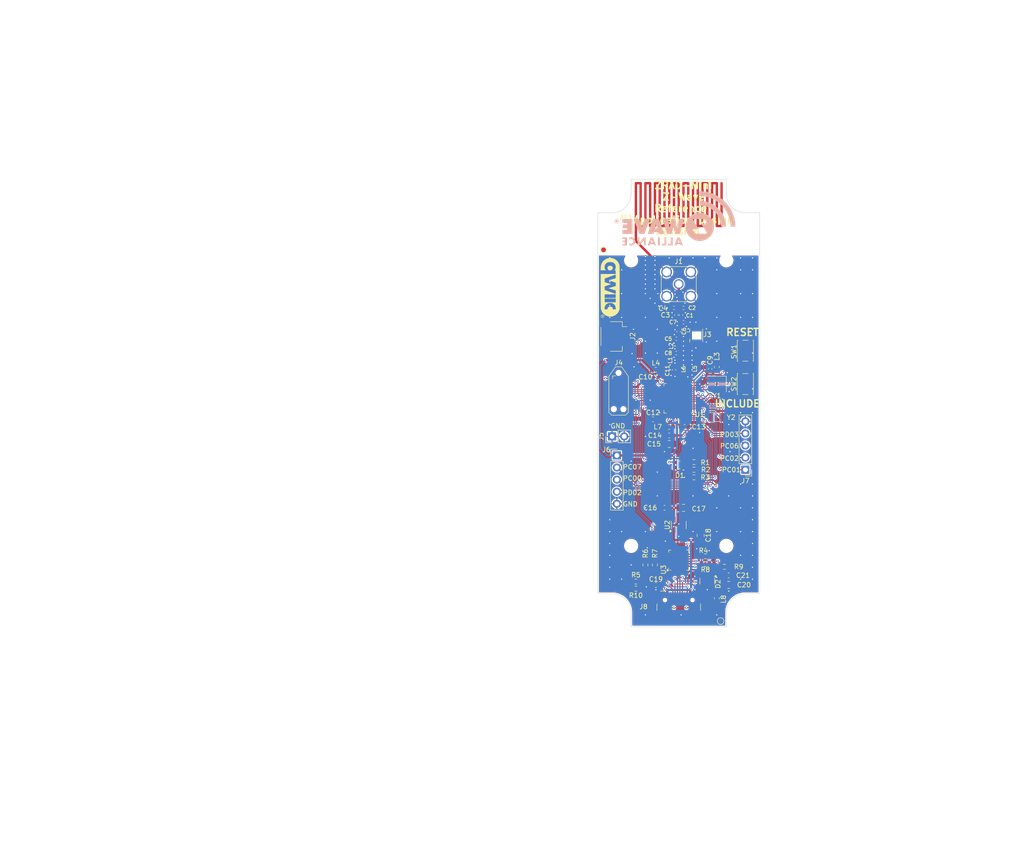
<source format=kicad_pcb>
(kicad_pcb (version 20240108) (generator "pcbnew") (generator_version "8.0")
  (title_block (title "ZRADmini Z-Wave Reference Application Design") (date "2024-11-14") (rev "A") (company "Z-Wave Alliance ") (comment 1 "Eric Ryherd - DrZWave@drzwave.blog"))
  (layers (0 "F.Cu" signal) (31 "B.Cu" signal) (35 "F.Paste" user) (36 "B.SilkS" user "B.Silkscreen") (37 "F.SilkS" user "F.Silkscreen") (38 "B.Mask" user) (39 "F.Mask" user) (44 "Edge.Cuts" user))
  (net 0 "")
  (net 1 "GND")
  (net 2 "+3.3V")
  (net 3 "/I2CSDA")
  (net 4 "/I2CSCL")
  (net 5 "/LED_BLUE")
  (net 6 "/LED_GREEN")
  (net 7 "/LED_RED")
  (net 8 "/VBUS_5V")
  (net 9 "/VCOMTX")
  (net 10 "/VCOMRX")
  (net 11 "/DPLUS")
  (net 12 "/DMINUS")
  (net 13 "/PC00")
  (net 14 "/PC01")
  (net 15 "/PC02")
  (net 16 "/~{LEARN}")
  (net 17 "/PC06")
  (net 18 "/PC07")
  (net 19 "/~{RESET}")
  (net 20 "/RFRX")
  (net 21 "/RFTX1")
  (net 22 "/SWCLK")
  (net 23 "/SWDIO")
  (net 24 "/SWO")
  (net 25 "/TD1")
  (net 26 "/TCLK")
  (net 27 "/DECOUPLE")
  (net 28 "/VREGSW")
  (net 29 "+1V8")
  (net 30 "/PD03")
  (net 31 "/PD02")
  (net 32 "/RFTX2")
  (net 33 "/RFTX3")
  (net 34 "/RFTX4")
  (net 35 "/RF50")
  (net 36 "/RF")
  (net 37 "Net-(D1-GK)")
  (net 38 "Net-(D1-RK)")
  (net 39 "Net-(D1-BK)")
  (net 40 "Net-(J8-CC1)")
  (net 41 "Net-(U3-VDD)")
  (net 42 "Net-(U3-~{RST})")
  (net 43 "Net-(J8-CC2)")
  (net 44 "Net-(U3-VBUS)")
  (net 45 "Net-(U3-RXD)")
  (net 46 "Net-(U3-TXD)")
  (net 49 "Net-(U1-HFXTAL_I)")
  (net 50 "Net-(U1-PAVDD)")
  (net 51 "Net-(U1-RFVDD)")
  (net 55 "Net-(U1-HFXTAL_O)")
  (net 60 "/PTIDATA")
  (net 61 "Net-(U1-PD00_LFXO)")
  (net 62 "Net-(U1-PD01_LFXI)")
  (net 78 "Net-(J8-SHIELD)")
  (net 81 "/RFANT")
  (footprint "TestPoint:TestPoint_Pad_D1.0mm" (layer "F.Cu") (at 166.8 146.8)
    (property "Reference" "FUD2" (hide yes))
    (property "Value" "TestPoint_Pad_D1.0mm" (hide yes))
  )
  (footprint "Capacitor_SMD:C_0402_1005Metric" (layer "F.Cu") (at 164.6 93.8 90)
    (property "Reference" "C9")
    (property "Value" "220P")
  )
  (footprint "MountingHole:MountingHole_2.7mm" (layer "F.Cu") (at 168 131)
    (property "Reference" "SE" (hide yes))
    (property "Value" "MountingHole_2.7mm" (hide yes))
  )
  (footprint "Crystal:Crystal_SMD_3215-2Pin_3.2x1.5mm" (layer "F.Cu") (at 166 104 180)
    (property "Reference" "Y2")
    (property "Value" "32768Hz")
  )
  (footprint "Capacitor_SMD:C_0402_1005Metric" (layer "F.Cu") (at 158.5 82.5 90)
    (property "Reference" "C1")
    (property "Value" "47P")
  )
  (footprint "ZReach:PCB_meander_20mm_900MHz" (layer "F.Cu") (at 158 64.1)
    (property "Reference" "AE1")
    (property "Value" "Antenna")
  )
  (footprint "Capacitor_SMD:C_0603_1608Metric" (layer "F.Cu") (at 155 123)
    (property "Reference" "C16")
    (property "Value" "100N")
  )
  (footprint "Package_TO_SOT_SMD:SOT-143" (layer "F.Cu") (at 164 138.4 -90)
    (property "Reference" "D2")
    (property "Value" "SP0503BAHT")
  )
  (footprint "MountingHole:MountingHole_2.7mm" (layer "F.Cu") (at 148 71)
    (property "Reference" "NW" (hide yes))
    (property "Value" "MountingHole_2.7mm" (hide yes))
  )
  (footprint "Capacitor_SMD:C_0402_1005Metric" (layer "F.Cu") (at 157.5 87.5 180)
    (property "Reference" "C5")
    (property "Value" "1P3")
  )
  (footprint "Capacitor_SMD:C_0603_1608Metric" (layer "F.Cu") (at 152.6 104.4 180)
    (property "Reference" "C12")
    (property "Value" "1UF")
  )
  (footprint "Inductor_SMD:L_0603_1608Metric" (layer "F.Cu") (at 166 93.4 -90)
    (property "Reference" "L3")
    (property "Value" "33@100")
  )
  (footprint "Inductor_SMD:L_0402_1005Metric" (layer "F.Cu") (at 160 94 90)
    (property "Reference" "L5")
    (property "Value" "18N")
  )
  (footprint "Capacitor_SMD:C_0402_1005Metric" (layer "F.Cu") (at 158 86 90)
    (property "Reference" "C6")
    (property "Value" "220P")
  )
  (footprint "Crystal:Crystal_SMD_3225-4Pin_3.2x2.5mm" (layer "F.Cu") (at 166 97 180)
    (property "Reference" "Y1")
    (property "Value" "39MHz 10ppm")
  )
  (footprint "Capacitor_SMD:C_0402_1005Metric" (layer "F.Cu") (at 157.5 90.5 180)
    (property "Reference" "C8")
    (property "Value" "7P2")
  )
  (footprint "Capacitor_SMD:C_0805_2012Metric" (layer "F.Cu") (at 159 123 180)
    (property "Reference" "C17")
    (property "Value" "4U7")
  )
  (footprint "Connector_Coaxial:U.FL_Hirose_U.FL-R-SMT-1_Vertical" (layer "F.Cu") (at 161.2 86.8)
    (property "Reference" "J3")
    (property "Value" "Conn_Coaxial")
  )
  (footprint "Connector_USB:USB_C_Receptacle_GCT_USB4110" (layer "F.Cu") (at 158 145)
    (property "Reference" "J8")
    (property "Value" "USB_C_Receptacle_USB2.0_16P")
  )
  (footprint "Connector_PinHeader_2.54mm:PinHeader_1x02_P2.54mm_Vertical" (layer "F.Cu") (at 144 108 90)
    (property "Reference" "J5")
    (property "Value" "Conn_01x02")
  )
  (footprint "Package_TO_SOT_SMD:SOT-23-5" (layer "F.Cu") (at 158 126.6 90)
    (property "Reference" "U2")
    (property "Value" "AP2127K-3.3")
  )
  (footprint "Capacitor_SMD:C_0603_1608Metric" (layer "F.Cu") (at 159.225 106 180)
    (property "Reference" "C13")
    (property "Value" "1UF")
  )
  (footprint "Capacitor_SMD:C_0402_1005Metric" (layer "F.Cu") (at 159 81 180)
    (property "Reference" "C2")
    (property "Value" "NM")
  )
  (footprint "Capacitor_SMD:C_0805_2012Metric" (layer "F.Cu") (at 162.6 128.8 -90)
    (property "Reference" "C18")
    (property "Value" "4U7")
  )
  (footprint "Capacitor_SMD:C_0805_2012Metric" (layer "F.Cu") (at 168.5 139.2 180)
    (property "Reference" "C20")
    (property "Value" "4U7")
  )
  (footprint "Capacitor_SMD:C_0402_1005Metric" (layer "F.Cu") (at 159 84 180)
    (property "Reference" "C7")
    (property "Value" "NM")
  )
  (footprint "Resistor_SMD:R_0603_1608Metric" (layer "F.Cu") (at 151 135 90)
    (property "Reference" "R6")
    (property "Value" "100")
  )
  (footprint "Capacitor_SMD:C_0402_1005Metric" (layer "F.Cu") (at 157.5 82.5 90)
    (property "Reference" "C3")
    (property "Value" "47P")
  )
  (footprint "Capacitor_SMD:C_0603_1608Metric" (layer "F.Cu") (at 153.2 139.2)
    (property "Reference" "C19")
    (property "Value" "100N")
  )
  (footprint "Connector_JST:JST_SH_SM04B-SRSS-TB_1x04-1MP_P1.00mm_Horizontal" (layer "F.Cu") (at 144.35 87 -90)
    (property "Reference" "J2")
    (property "Value" "Qwiic_RA")
  )
  (footprint "Capacitor_SMD:C_0402_1005Metric" (layer "F.Cu") (at 157 81)
    (property "Reference" "C4")
    (property "Value" "NM")
  )
  (footprint "Resistor_SMD:R_0603_1608Metric" (layer "F.Cu") (at 161.2 116.6)
    (property "Reference" "R3")
    (property "Value" "820")
  )
  (footprint "Capacitor_SMD:C_0402_1005Metric" (layer "F.Cu") (at 153.2 95.6)
    (property "Reference" "C10")
    (property "Value" "220P")
  )
  (footprint "Connector_PinHeader_2.54mm:PinHeader_1x05_P2.54mm_Vertical" (layer "F.Cu") (at 172 115 180)
    (property "Reference" "J7")
    (property "Value" "Conn_01x05")
  )
  (footprint "Inductor_SMD:L_0402_1005Metric" (layer "F.Cu") (at 158 92 90)
    (property "Reference" "L1")
    (property "Value" "1N3")
  )
  (footprint "Resistor_SMD:R_0603_1608Metric" (layer "F.Cu") (at 153 135 90)
    (property "Reference" "R7")
    (property "Value" "100")
  )
  (footprint "Package_DFN_QFN:QFN-24-1EP_4x4mm_P0.5mm_EP2.6x2.6mm" (layer "F.Cu") (at 158 134 90)
    (property "Reference" "U3")
    (property "Value" "CP2102N-Axx-xQFN24")
  )
  (footprint "ZReach:LED_QLSP14RGB" (layer "F.Cu") (at 158 114)
    (property "Reference" "D1")
    (property "Value" "QLSP14RGB_B")
  )
  (footprint "Connector_Coaxial:SMA_Wurth_60312002114503_Vertical" (layer "F.Cu") (at 158 76)
    (property "Reference" "J1")
    (property "Value" "Conn_Coaxial")
  )
  (footprint "Resistor_SMD:R_0603_1608Metric" (layer "F.Cu") (at 161.2 115)
    (property "Reference" "R2")
    (property "Value" "1K")
  )
  (footprint "Package_DFN_QFN:QFN-48-1EP_6x6mm_P0.4mm_EP4.3x4.3mm" (layer "F.Cu") (at 158 100 180)
    (property "Reference" "U1")
    (property "Value" "EFR32xG23xxxxF512xM48")
  )
  (footprint "Inductor_SMD:L_0402_1005Metric" (layer "F.Cu") (at 158 89 90)
    (property "Reference" "L2")
    (property "Value" "13N")
  )
  (footprint "Connector:Tag-Connect_TC2050-IDC-NL_2x05_P1.27mm_Vertical" (layer "F.Cu") (at 145.365 98.46 -90)
    (property "Reference" "J4")
    (property "Value" "Conn_02x05_Odd_Even")
  )
  (footprint "Inductor_SMD:L_0402_1005Metric" (layer "F.Cu") (at 158 94 90)
    (property "Reference" "L6")
    (property "Value" "1N5")
  )
  (footprint "Resistor_SMD:R_0603_1608Metric" (layer "F.Cu") (at 163.6 133.2 180)
    (property "Reference" "R4")
    (property "Value" "47K5")
  )
  (footprint "Button_Switch_SMD:SW_SPST_PTS810" (layer "F.Cu") (at 172 97 -90)
    (property "Reference" "SW2")
    (property "Value" "PTS810")
  )
  (footprint "Inductor_SMD:L_0603_1608Metric" (layer "F.Cu") (at 156 106)
    (property "Reference" "L7")
    (property "Value" "2U2")
  )
  (footprint "ZReach:QWIIC" (layer "F.Cu") (at 143.6 76.8 -90)
    (property "Reference" "QWIICLOGO" (hide yes))
    (property "Value" "LOGO" (hide yes))
  )
  (footprint "Button_Switch_SMD:SW_SPST_PTS810" (layer "F.Cu") (at 172 90 -90)
    (property "Reference" "SW1")
    (property "Value" "PTS810")
  )
  (footprint "Capacitor_SMD:C_0402_1005Metric" (layer "F.Cu") (at 157 94 90)
    (property "Reference" "C11")
    (property "Value" "1P9")
  )
  (footprint "MountingHole:MountingHole_2.7mm" (layer "F.Cu") (at 148 131)
    (property "Reference" "SW" (hide yes))
    (property "Value" "MountingHole_2.7mm" (hide yes))
  )
  (footprint "Resistor_SMD:R_0603_1608Metric" (layer "F.Cu") (at 163.6 134.8 180)
    (property "Reference" "R8")
    (property "Value" "22K1")
  )
  (footprint "Resistor_SMD:R_0603_1608Metric" (layer "F.Cu") (at 161.2 113.4)
    (property "Reference" "R1")
    (property "Value" "1K2")
  )
  (footprint "Capacitor_SMD:C_0805_2012Metric" (layer "F.Cu") (at 156 109.6)
    (property "Reference" "C15")
    (property "Value" "4U7")
  )
  (footprint "MountingHole:MountingHole_2.7mm" (layer "F.Cu") (at 168 71)
    (property "Reference" "NE" (hide yes))
    (property "Value" "MountingHole_2.7mm" (hide yes))
  )
  (footprint "Capacitor_SMD:C_0603_1608Metric" (layer "F.Cu") (at 156 107.8)
    (property "Reference" "C14")
    (property "Value" "1UF")
  )
  (footprint "Resistor_SMD:R_0603_1608Metric" (layer "F.Cu") (at 149 140 180)
    (property "Reference" "R10")
    (property "Value" "5K1")
  )
  (footprint "Capacitor_SMD:C_0603_1608Metric" (layer "F.Cu") (at 168.5 137.2 180)
    (property "Reference" "C21")
    (property "Value" "100N")
  )
  (footprint "TestPoint:TestPoint_Pad_D1.0mm" (layer "F.Cu") (at 142.2 68.8)
    (property "Reference" "FUD1" (hide yes))
    (property "Value" "TestPoint_Pad_D1.0mm" (hide yes))
  )
  (footprint "Inductor_SMD:L_0603_1608Metric" (layer "F.Cu") (at 166 142 90)
    (property "Reference" "L8")
    (property "Value" "33@100")
  )
  (footprint "Connector_PinHeader_2.54mm:PinHeader_1x05_P2.54mm_Vertical" (layer "F.Cu") (at 145 112)
    (property "Reference" "J6")
    (property "Value" "Conn_01x05")
  )
  (footprint "Resistor_SMD:R_0603_1608Metric" (layer "F.Cu") (at 149 138.5 180)
    (property "Reference" "R5")
    (property "Value" "5K1")
  )
  (footprint "Resistor_SMD:R_0603_1608Metric" (layer "F.Cu") (at 167.6 135.4)
    (property "Reference" "R9")
    (property "Value" "1K")
  )
  (footprint "Inductor_SMD:L_0603_1608Metric" (layer "F.Cu") (at 153.1875 94)
    (property "Reference" "L4")
    (property "Value" "33@100")
  )
  (footprint "ZReach:ZWA_Logo" (layer "B.Cu") (at 157.2 62.2 180)
    (property "Reference" "ZWA" (hide yes))
    (property "Value" "LOGO" (hide yes))
  )
  (gr_line (start 175 141) (end 175 61) (stroke (width 0.1)) (layer "Edge.Cuts"))
  (gr_line (start 141 141) (end 144 141) (stroke (width 0.1)) (layer "Edge.Cuts"))
  (gr_line (start 172 61) (end 175 61) (stroke (width 0.1)) (layer "Edge.Cuts"))
  (gr_line (start 168 148) (end 168 145) (stroke (width 0.1)) (layer "Edge.Cuts"))
  (gr_arc (start 168 145) (mid 169.171573 142.171573) (end 172 141) (stroke (width 0.1)) (layer "Edge.Cuts"))
  (gr_line (start 148 54) (end 148 57) (stroke (width 0.1)) (layer "Edge.Cuts"))
  (gr_line (start 172 141) (end 175 141) (stroke (width 0.1)) (layer "Edge.Cuts"))
  (gr_line (start 168 54) (end 168 57) (stroke (width 0.1)) (layer "Edge.Cuts"))
  (gr_line (start 141 61) (end 144 61) (stroke (width 0.1)) (layer "Edge.Cuts"))
  (gr_arc (start 144 141) (mid 146.828427 142.171573) (end 148 145) (stroke (width 0.1)) (layer "Edge.Cuts"))
  (gr_line (start 148 148) (end 148 145) (stroke (width 0.1)) (layer "Edge.Cuts"))
  (gr_line (start 141 61) (end 141 141) (stroke (width 0.1)) (layer "Edge.Cuts"))
  (gr_line (start 168 54) (end 148 54) (stroke (width 0.1)) (layer "Edge.Cuts"))
  (gr_arc (start 172 61) (mid 169.171573 59.828427) (end 168 57) (stroke (width 0.1)) (layer "Edge.Cuts"))
  (gr_arc (start 148 57) (mid 146.828427 59.828427) (end 144 61) (stroke (width 0.1)) (layer "Edge.Cuts"))
  (gr_line (start 148 148) (end 168 148) (stroke (width 0.1)) (layer "Edge.Cuts"))
  (gr_text "INCLUDE" (at 165.4 102 0) (layer "F.SilkS") (effects (font (size 1.5 1.5) (thickness 0.3) (bold yes)) (justify left bottom)))
  (gr_text "PC00" (at 146.2 117.4 0) (layer "F.SilkS") (effects (font (size 1 1)) (justify left bottom)))
  (gr_text "ZRAD-Mini\nZ-Wave\nReference \nApplication Design\nRevision A" (at 159 65.8 0) (layer "F.SilkS") (effects (font (size 1.5 1.5) (thickness 0.3) (bold yes)) (justify bottom)))
  (gr_text "PC01" (at 167 115.6 0) (layer "F.SilkS") (effects (font (size 1 1)) (justify left bottom)))
  (gr_text "RESET" (at 167.8 87 0) (layer "F.SilkS") (effects (font (size 1.5 1.5) (thickness 0.3) (bold yes)) (justify left bottom)))
  (gr_text "PD03" (at 166.6 108.2 0) (layer "F.SilkS") (effects (font (size 1 1)) (justify left bottom)))
  (gr_text "GND" (at 146.2 122.8 0) (layer "F.SilkS") (effects (font (size 1 1)) (justify left bottom)))
  (gr_text "PC02" (at 166.6 113.2 0) (layer "F.SilkS") (effects (font (size 1 1)) (justify left bottom)))
  (gr_text "GND" (at 143.6 106.4 0) (layer "F.SilkS") (effects (font (size 1 1)) (justify left bottom)))
  (gr_text "PD02" (at 146.2 120.4 0) (layer "F.SilkS") (effects (font (size 1 1)) (justify left bottom)))
  (gr_text "PC07" (at 146.2 115 0) (layer "F.SilkS") (effects (font (size 1 1)) (justify left bottom)))
  (gr_text "PC06" (at 166.6 110.6 0) (layer "F.SilkS") (effects (font (size 1 1)) (justify left bottom)))
  (segment (start 156.6 103.6) (end 156.6 104.2) (width 0.2) (layer "F.Cu") (net 1))
  (segment (start 156.6 104.286) (end 156.486 104.4) (width 0.2) (layer "F.Cu") (net 1))
  (segment (start 154.8 141.32) (end 154.8 140.6) (width 0.5) (layer "F.Cu") (net 1))
  (segment (start 156.6 104.2) (end 156.6 104.286) (width 0.2) (layer "F.Cu") (net 1))
  (segment (start 156.6 102.95) (end 156.6 103.6) (width 0.2) (layer "F.Cu") (net 1))
  (segment (start 154.8 140.6) (end 154.4 140.2) (width 0.5) (layer "F.Cu") (net 1))
  (segment (start 159.4 98.6) (end 158 100) (width 0.2) (layer "F.Cu") (net 1))
  (segment (start 161.2 141.32) (end 161.2 140.4) (width 0.5) (layer "F.Cu") (net 1))
  (segment (start 159.4 97.05) (end 159.4 96.2) (width 0.2) (layer "F.Cu") (net 1))
  (segment (start 156.6 101.4) (end 158 100) (width 0.2) (layer "F.Cu") (net 1))
  (segment (start 161.2 140.4) (end 161.4 140.2) (width 0.5) (layer "F.Cu") (net 1))
  (segment (start 156.6 102.95) (end 156.6 101.4) (width 0.2) (layer "F.Cu") (net 1))
  (segment (start 159.4 97.05) (end 159.4 98.6) (width 0.2) (layer "F.Cu") (net 1))
  (via (at 149 100.4) (size 0.508) (drill 0.254) (layers "F.Cu" "B.Cu") (net 1))
  (via (at 156.6 82) (size 0.508) (drill 0.254) (layers "F.Cu" "B.Cu") (net 1))
  (via (at 151 90.5) (size 0.508) (drill 0.254) (layers "F.Cu" "B.Cu") (net 1))
  (via (at 152 100.4) (size 0.508) (drill 0.254) (layers "F.Cu" "B.Cu") (net 1))
  (via (at 157.7 83.9) (size 0.508) (drill 0.254) (layers "F.Cu" "B.Cu") (net 1))
  (via (at 166 83) (size 0.508) (drill 0.254) (layers "F.Cu" "B.Cu") (net 1))
  (via (at 156.2 94) (size 0.508) (drill 0.254) (layers "F.Cu" "B.Cu") (net 1))
  (via (at 153 71) (size 0.508) (drill 0.254) (layers "F.Cu" "B.Cu") (net 1))
  (via (at 153.5 120.5) (size 0.508) (drill 0.254) (layers "F.Cu" "B.Cu") (net 1))
  (via (at 159 89) (size 0.508) (drill 0.254) (layers "F.Cu" "B.Cu") (net 1))
  (via (at 173.5 133) (size 0.508) (drill 0.254) (layers "F.Cu" "B.Cu") (net 1))
  (via (at 171 83) (size 0.508) (drill 0.254) (layers "F.Cu" "B.Cu") (net 1))
  (via (at 156.6 83) (size 0.508) (drill 0.254) (layers "F.Cu" "B.Cu") (net 1))
  (via (at 156.4 95.2) (size 0.508) (drill 0.254) (layers "F.Cu" "B.Cu") (net 1))
  (via (at 157.2 89) (size 0.508) (drill 0.254) (layers "F.Cu" "B.Cu") (net 1))
  (via (at 155 111.2) (size 0.508) (drill 0.254) (layers "F.Cu" "B.Cu") (net 1))
  (via (at 153 76) (size 0.508) (drill 0.254) (layers "F.Cu" "B.Cu") (net 1))
  (via (at 143.5 130.5) (size 0.508) (drill 0.254) (layers "F.Cu" "B.Cu") (net 1))
  (via (at 157.2 89.6) (size 0.508) (drill 0.254) (layers "F.Cu" "B.Cu") (net 1))
  (via (at 163.8 85.4) (size 0.508) (drill 0.254) (layers "F.Cu" "B.Cu") (net 1))
  (via (at 171 78) (size 0.508) (drill 0.254) (layers "F.Cu" "B.Cu") (net 1))
  (via (at 143.5 70.5) (size 0.508) (drill 0.254) (layers "F.Cu" "B.Cu") (net 1))
  (via (at 155.6 81) (size 0.508) (drill 0.254) (layers "F.Cu" "B.Cu") (net 1))
  (via (at 159 90) (size 0.508) (drill 0.254) (layers "F.Cu" "B.Cu") (net 1))
  (via (at 153.6 78) (size 0.508) (drill 0.254) (layers "F.Cu" "B.Cu") (net 1))
  (via (at 159.9 95.5) (size 0.508) (drill 0.254) (layers "F.Cu" "B.Cu") (net 1))
  (via (at 161.6 89.4) (size 0.508) (drill 0.254) (layers "F.Cu" "B.Cu") (net 1))
  (via (at 146 73) (size 0.508) (drill 0.254) (layers "F.Cu" "B.Cu") (net 1))
  (via (at 151 72) (size 0.508) (drill 0.254) (layers "F.Cu" "B.Cu") (net 1))
  (via (at 161.6 84) (size 0.508) (drill 0.254) (layers "F.Cu" "B.Cu") (net 1))
  (via (at 173.5 120.5) (size 0.508) (drill 0.254) (layers "F.Cu" "B.Cu") (net 1))
  (via (at 161.4 140.2) (size 0.508) (drill 0.254) (layers "F.Cu" "B.Cu") (net 1))
  (via (at 173.5 123) (size 0.508) (drill 0.254) (layers "F.Cu" "B.Cu") (net 1))
  (via (at 151 88) (size 0.508) (drill 0.254) (layers "F.Cu" "B.Cu") (net 1))
  (via (at 173.5 90.5) (size 0.508) (drill 0.254) (layers "F.Cu" "B.Cu") (net 1))
  (via (at 148.5 85.5) (size 0.508) (drill 0.254) (layers "F.Cu" "B.Cu") (net 1))
  (via (at 166 145.5) (size 0.508) (drill 0.254) (layers "F.Cu" "B.Cu") (net 1))
  (via (at 171 103) (size 0.508) (drill 0.254) (layers "F.Cu" "B.Cu") (net 1))
  (via (at 151.4 131.4) (size 0.508) (drill 0.254) (layers "F.Cu" "B.Cu") (net 1))
  (via (at 159 91) (size 0.508) (drill 0.254) (layers "F.Cu" "B.Cu") (net 1))
  (via (at 173.5 103) (size 0.508) (drill 0.254) (layers "F.Cu" "B.Cu") (net 1))
  (via (at 173.5 138) (size 0.508) (drill 0.254) (layers "F.Cu" "B.Cu") (net 1))
  (via (at 173.5 83) (size 0.508) (drill 0.254) (layers "F.Cu" "B.Cu") (net 1))
  (via (at 159.3 80) (size 0.508) (drill 0.254) (layers "F.Cu" "B.Cu") (net 1))
  (via (at 161.8 131.6) (size 0.508) (drill 0.254) (layers "F.Cu" "B.Cu") (net 1))
  (via (at 168.2 94.6) (size 0.508) (drill 0.254) (layers "F.Cu" "B.Cu") (net 1))
  (via (at 166 137.6) (size 0.508) (drill 0.254) (layers "F.Cu" "B.Cu") (net 1))
  (via (at 148 113.2) (size 0.508) (drill 0.254) (layers "F.Cu" "B.Cu") (net 1))
  (via (at 161 120.5) (size 0.508) (drill 0.254) (layers "F.Cu" "B.Cu") (net 1))
  (via (at 168.8 111.2) (size 0.508) (drill 0.254) (layers "F.Cu" "B.Cu") (net 1))
  (via (at 159.4 83.1) (size 0.508) (drill 0.254) (layers "F.Cu" "B.Cu") (net 1))
  (via (at 160.8 92) (size 0.508) (drill 0.254) (layers "F.Cu" "B.Cu") (net 1))
  (via (at 156.2 93) (size 0.508) (drill 0.254) (layers "F.Cu" "B.Cu") (net 1))
  (via (at 157.6 78.8) (size 0.508) (drill 0.254) (layers "F.Cu" "B.Cu") (net 1))
  (via (at 143.5 125.5) (size 0.508) (drill 0.254) (layers "F.Cu" "B.Cu") (net 1))
  (via (at 157 91.4) (size 0.508) (drill 0.254) (layers "F.Cu" "B.Cu") (net 1))
  (via (at 143.5 73) (size 0.508) (drill 0.254) (layers "F.Cu" "B.Cu") (net 1))
  (via (at 168.5 120.5) (size 0.508) (drill 0.254) (layers "F.Cu" "B.Cu") (net 1))
  (via (at 171 70.5) (size 0.508) (drill 0.254) (layers "F.Cu" "B.Cu") (net 1))
  (via (at 173.5 73) (size 0.508) (drill 0.254) (layers "F.Cu" "B.Cu") (net 1))
  (via (at 153.8 80.6) (size 0.508) (drill 0.254) (layers "F.Cu" "B.Cu") (net 1))
  (via (at 153 72) (size 0.508) (drill 0.254) (layers "F.Cu" "B.Cu") (net 1))
  (via (at 159.6 84.9) (size 0.508) (drill 0.254) (layers "F.Cu" "B.Cu") (net 1))
  (via (at 155.2 130) (size 0.508) (drill 0.254) (layers "F.Cu" "B.Cu") (net 1))
  (via (at 143.5 105.5) (size 0.508) (drill 0.254) (layers "F.Cu" "B.Cu") (net 1))
  (via (at 171 138) (size 0.508) (drill 0.254) (layers "F.Cu" "B.Cu") (net 1))
  (via (at 146 128) (size 0.508) (drill 0.254) (layers "F.Cu" "B.Cu") (net 1))
  (via (at 159 88) (size 0.508) (drill 0.254) (layers "F.Cu" "B.Cu") (net 1))
  (via (at 173.5 98) (size 0.508) (drill 0.254) (layers "F.Cu" "B.Cu") (net 1))
  (via (at 153 73) (size 0.508) (drill 0.254) (layers "F.Cu" "B.Cu") (net 1))
  (via (at 143.5 138) (size 0.508) (drill 0.254) (layers "F.Cu" "B.Cu") (net 1))
  (via (at 157.2 92) (size 0.508) (drill 0.254) (layers "F.Cu" "B.Cu") (net 1))
  (via (at 159.8 137.4) (size 0.508) (drill 0.254) (layers "F.Cu" "B.Cu") (net 1))
  (via (at 161.4 137.4) (size 0.508) (drill 0.254) (layers "F.Cu" "B.Cu") (net 1))
  (via (at 171 128) (size 0.508) (drill 0.254) (layers "F.Cu" "B.Cu") (net 1))
  (via (at 168.5 105.5) (size 0.508) (drill 0.254) (layers "F.Cu" "B.Cu") (net 1))
  (via (at 153.5 115.5) (size 0.508) (drill 0.254) (layers "F.Cu" "B.Cu") (net 1))
  (via (at 161 128) (size 0.508) (drill 0.254) (layers "F.Cu" "B.Cu") (net 1))
  (via (at 148.2 90.6) (size 0.508) (drill 0.254) (layers "F.Cu" "B.Cu") (net 1))
  (via (at 173.5 130.5) (size 0.508) (drill 0.254) (layers "F.Cu" "B.Cu") (net 1))
  (via (at 151 145.5) (size 0.508) (drill 0.254) (layers "F.Cu" "B.Cu") (net 1))
  (via (at 161 70.5) (size 0.508) (drill 0.254) (layers "F.Cu" "B.Cu") (net 1))
  (via (at 171 133) (size 0.508) (drill 0.254) (layers "F.Cu" "B.Cu") (net 1))
  (via (at 162.4 107.2) (size 0.508) (drill 0.254) (layers "F.Cu" "B.Cu") (net 1))
  (via (at 151 76) (size 0.508) (drill 0.254) (layers "F.Cu" "B.Cu") (net 1))
  (via (at 173.5 78) (size 0.508) (drill 0.254) (layers "F.Cu" "B.Cu") (net 1))
  (via (at 158.5 70.5) (size 0.508) (drill 0.254) (layers "F.Cu" "B.Cu") (net 1))
  (via (at 151 78) (size 0.508) (drill 0.254) (layers "F.Cu" "B.Cu") (net 1))
  (via (at 157.1 86.6) (size 0.508) (drill 0.254) (layers "F.Cu" "B.Cu") (net 1))
  (via (at 151 77) (size 0.508) (drill 0.254) (layers "F.Cu" "B.Cu") (net 1))
  (via (at 166 78) (size 0.508) (drill 0.254) (layers "F.Cu" "B.Cu") (net 1))
  (via (at 156 70.5) (size 0.508) (drill 0.254) (layers "F.Cu" "B.Cu") (net 1))
  (via (at 173.5 118) (size 0.508) (drill 0.254) (layers "F.Cu" "B.Cu") (net 1))
  (via (at 151 75) (size 0.508) (drill 0.254) (layers "F.Cu" "B.Cu") (net 1))
  (via (at 143.5 80.5) (size 0.508) (drill 0.254) (layers "F.Cu" "B.Cu") (net 1))
  (via (at 173.5 128) (size 0.508) (drill 0.254) (layers "F.Cu" "B.Cu") (net 1))
  (via (at 151 108) (size 0.508) (drill 0.254) (layers "F.Cu" "B.Cu") (net 1))
  (via (at 143.5 83) (size 0.508) (drill 0.254) (layers "F.Cu" "B.Cu") (net 1))
  (via (at 167.2 100.2) (size 0.508) (drill 0.254) (layers "F.Cu" "B.Cu") (net 1))
  (via (at 143.5 135.5) (size 0.508) (drill 0.254) (layers "F.Cu" "B.Cu") (net 1))
  (via (at 157.7 79.5) (size 0.508) (drill 0.254) (layers "F.Cu" "B.Cu") (net 1))
  (via (at 161 110.5) (size 0.508) (drill 0.254) (layers "F.Cu" "B.Cu") (net 1))
  (via (at 153 77) (size 0.508) (drill 0.254) (layers "F.Cu" "B.Cu") (net 1))
  (via (at 157.7 84.7) (size 0.508) (drill 0.254) (layers "F.Cu" "B.Cu") (net 1))
  (via (at 154.6 81) (size 0.508) (drill 0.254) (layers "F.Cu" "B.Cu") (net 1))
  (via (at 153 80) (size 0.508) (drill 0.254) (layers "F.Cu" "B.Cu") (net 1))
  (via (at 151 73) (size 0.508) (drill 0.254) (layers "F.Cu" "B.Cu") (net 1))
  (via (at 157.2 92.6) (size 0.508) (drill 0.254) (layers "F.Cu" "B.Cu") (net 1))
  (via (at 158.9 77.7) (size 0.508) (drill 0.254) (layers "F.Cu" "B.Cu") (net 1))
  (via (at 160.8 95.1) (size 0.508) (drill 0.254) (layers "F.Cu" "B.Cu") (net 1))
  (via (at 153.2 140.2) (size 0.508) (drill 0.254) (layers "F.Cu" "B.Cu") (net 1))
  (via (at 146 138) (size 0.508) (drill 0.254) (layers "F.Cu" "B.Cu") (net 1))
  (via (at 151 70.2) (size 0.508) (drill 0.254) (layers "F.Cu" "B.Cu") (net 1))
  (via (at 143.5 75.5) (size 0.508) (drill 0.254) (layers "F.Cu" "B.Cu") (net 1))
  (via (at 157.2 78.1) (size 0.508) (drill 0.254) (layers "F.Cu" "B.Cu") (net 1))
  (via (at 171 123) (size 0.508) (drill 0.254) (layers "F.Cu" "B.Cu") (net 1))
  (via (at 153 70.2) (size 0.508) (drill 0.254) (layers "F.Cu" "B.Cu") (net 1))
  (via (at 151 83) (size 0.508) (drill 0.254) (layers "F.Cu" "B.Cu") (net 1))
  (via (at 159.2 116.6) (size 0.508) (drill 0.254) (layers "F.Cu" "B.Cu") (net 1))
  (via (at 159.4 82) (size 0.508) (drill 0.254) (layers "F.Cu" "B.Cu") (net 1))
  (via (at 159 94) (size 0.508) (drill 0.254) (layers "F.Cu" "B.Cu") (net 1))
  (via (at 152 79) (size 0.508) (drill 0.254) (layers "F.Cu" "B.Cu") (net 1))
  (via (at 163.8 88.2) (size 0.508) (drill 0.254) (layers "F.Cu" "B.Cu") (net 1))
  (via (at 143.5 128) (size 0.508) (drill 0.254) (layers "F.Cu" "B.Cu") (net 1))
  (via (at 154 103) (size 0.508) (drill 0.254) (layers "F.Cu" "B.Cu") (net 1))
  (via (at 156.486 104.4) (size 0.508) (drill 0.254) (layers "F.Cu" "B.Cu") (net 1))
  (via (at 151.2 139.6) (size 0.508) (drill 0.254) (layers "F.Cu" "B.Cu") (net 1))
  (via (at 166 88) (size 0.508) (drill 0.254) (layers "F.Cu" "B.Cu") (net 1))
  (via (at 148 135) (size 0.508) (drill 0.254) (layers "F.Cu" "B.Cu") (net 1))
  (via (at 160.4 84) (size 0.508) (drill 0.254) (layers "F.Cu" "B.Cu") (net 1))
  (via (at 173.5 85.5) (size 0.508) (drill 0.254) (layers "F.Cu" "B.Cu") (net 1))
  (via (at 151 74) (size 0.508) (drill 0.254) (layers "F.Cu" "B.Cu") (net 1))
  (via (at 151 128) (size 0.508) (drill 0.254) (layers "F.Cu" "B.Cu") (net 1))
  (via (at 146 83) (size 0.508) (drill 0.254) (layers "F.Cu" "B.Cu") (net 1))
  (via (at 164.4 132) (size 0.508) (drill 0.254) (layers "F.Cu" "B.Cu") (net 1))
  (via (at 160.8 90) (size 0.508) (drill 0.254) (layers "F.Cu" "B.Cu") (net 1))
  (via (at 173.5 135.5) (size 0.508) (drill 0.254) (layers "F.Cu" "B.Cu") (net 1))
  (via (at 163 96) (size 0.508) (drill 0.254) (layers "F.Cu" "B.Cu") (net 1))
  (via (at 153.5 85.5) (size 0.508) (drill 0.254) (layers "F.Cu" "B.Cu") (net 1))
  (via (at 168.5 140.5) (size 0.508) (drill 0.254) (layers "F.Cu" "B.Cu") (net 1))
  (via (at 159 93) (size 0.508) (drill 0.254) (layers "F.Cu" "B.Cu") (net 1))
  (via (at 146 78) (size 0.508) (drill 0.254) (layers "F.Cu" "B.Cu") (net 1))
  (via (at 153 75) (size 0.508) (drill 0.254) (layers "F.Cu" "B.Cu") (net 1))
  (via (at 171 118) (size 0.508) (drill 0.254) (layers "F.Cu" "B.Cu") (net 1))
  (via (at 163.5 70.5) (size 0.508) (drill 0.254) (layers "F.Cu" "B.Cu") (net 1))
  (via (at 160 85.4) (size 0.508) (drill 0.254) (layers "F.Cu" "B.Cu") (net 1))
  (via (at 151 123) (size 0.508) (drill 0.254) (layers "F.Cu" "B.Cu") (net 1))
  (via (at 166 70.5) (size 0.508) (drill 0.254) (layers "F.Cu" "B.Cu") (net 1))
  (via (at 160.8 91) (size 0.508) (drill 0.254) (layers "F.Cu" "B.Cu") (net 1))
  (via (at 159 92) (size 0.508) (drill 0.254) (layers "F.Cu" "B.Cu") (net 1))
  (via (at 171 73) (size 0.508) (drill 0.254) (layers "F.Cu" "B.Cu") (net 1))
  (via (at 158 126.4) (size 0.508) (drill 0.254) (layers "F.Cu" "B.Cu") (net 1))
  (via (at 166 73) (size 0.508) (drill 0.254) (layers "F.Cu" "B.Cu") (net 1))
  (via (at 153 74) (size 0.508) (drill 0.254) (layers "F.Cu" "B.Cu") (net 1))
  (via (at 168.6 98.6) (size 0.508) (drill 0.254) (layers "F.Cu" "B.Cu") (net 1))
  (via (at 164 140.2) (size 0.508) (drill 0.254) (layers "F.Cu" "B.Cu") (net 1))
  (via (at 157 88.4) (size 0.508) (drill 0.254) (layers "F.Cu" "B.Cu") (net 1))
  (via (at 153.5 90.5) (size 0.508) (drill 0.254) (layers "F.Cu" "B.Cu") (net 1))
  (via (at 166 128) (size 0.508) (drill 0.254) (layers "F.Cu" "B.Cu") (net 1))
  (via (at 158.5 145.5) (size 0.508) (drill 0.254) (layers "F.Cu" "B.Cu") (net 1))
  (via (at 157.2 85.6) (size 0.508) (drill 0.254) (layers "F.Cu" "B.Cu") (net 1))
  (via (at 166 123) (size 0.508) (drill 0.254) (layers "F.Cu" "B.Cu") (net 1))
  (via (at 151 71) (size 0.508) (drill 0.254) (layers "F.Cu" "B.Cu") (net 1))
  (via (at 173.5 125.5) (size 0.508) (drill 0.254) (layers "F.Cu" "B.Cu") (net 1))
  (via (at 143.5 133) (size 0.508) (drill 0.254) (layers "F.Cu" "B.Cu") (net 1))
  (via (at 160.8 94) (size 0.508) (drill 0.254) (layers "F.Cu" "B.Cu") (net 1))
  (via (at 173.5 70.5) (size 0.508) (drill 0.254) (layers "F.Cu" "B.Cu") (net 1))
  (via (at 143.5 78) (size 0.508) (drill 0.254) (layers "F.Cu" "B.Cu") (net 1))
  (via (at 157.2 77.4) (size 0.508) (drill 0.254) (layers "F.Cu" "B.Cu") (net 1))
  (via (at 159 87) (size 0.508) (drill 0.254) (layers "F.Cu" "B.Cu") (net 1))
  (via (at 148.6 93.4) (size 0.508) (drill 0.254) (layers "F.Cu" "B.Cu") (net 1))
  (via (at 158 129) (size 0.508) (drill 0.254) (layers "F.Cu" "B.Cu") (net 1))
  (via (at 162.4 97) (size 0.508) (drill 0.254) (layers "F.Cu" "B.Cu") (net 1))
  (via (at 157.2 95.4) (size 0.508) (drill 0.254) (layers "F.Cu" "B.Cu") (net 1))
  (via (at 160.8 92.9) (size 0.508) (drill 0.254) (layers "F.Cu" "B.Cu") (net 1))
  (segment (start 155.775 123) (end 157 123) (width 0.5) (layer "F.Cu") (net 2))
  (segment (start 157.6 104.2) (end 157.6 104.6) (width 0.2) (layer "F.Cu") (net 2))
  (segment (start 143.92 95.92) (end 143.8 95.8) (width 0.2) (layer "F.Cu") (net 2))
  (segment (start 157 123) (end 157 125.2) (width 0.5) (layer "F.Cu") (net 2))
  (segment (start 142.6 92) (end 144.6 92) (width 0.5) (layer "F.Cu") (net 2))
  (segment (start 156.2 102.95) (end 156.2 103.709116) (width 0.2) (layer "F.Cu") (net 2))
  (segment (start 157.8 104) (end 157.6 104.2) (width 0.2) (layer "F.Cu") (net 2))
  (segment (start 144.6 92) (end 150.4 92) (width 0.5) (layer "F.Cu") (net 2))
  (segment (start 150.4 92) (end 152.4 94) (width 0.5) (layer "F.Cu") (net 2))
  (segment (start 157.8 102.95) (end 157.8 104) (width 0.2) (layer "F.Cu") (net 2))
  (segment (start 157 125.2) (end 157.05 125.25) (width 0.5) (layer "F.Cu") (net 2))
  (segment (start 157 112) (end 145 112) (width 0.5) (layer "F.Cu") (net 2))
  (segment (start 157.075 113.475) (end 157 113.4) (width 0.2) (layer "F.Cu") (net 2))
  (segment (start 157.4 104) (end 157.6 104.2) (width 0.2) (layer "F.Cu") (net 2))
  (segment (start 144.73 95.92) (end 143.92 95.92) (width 0.2) (layer "F.Cu") (net 2))
  (segment (start 155.8 104.109116) (end 155.8 104.6) (width 0.2) (layer "F.Cu") (net 2))
  (segment (start 156.2 103.709116) (end 155.8 104.109116) (width 0.2) (layer "F.Cu") (net 2))
  (segment (start 144.6 86.8) (end 144.6 92) (width 0.2) (layer "F.Cu") (net 2))
  (segment (start 157.6 104.6) (end 157.6 105.15) (width 0.3) (layer "F.Cu") (net 2))
  (segment (start 143.8 95.8) (end 142.6 95.8) (width 0.2) (layer "F.Cu") (net 2))
  (segment (start 157.4 102.95) (end 157.4 104) (width 0.2) (layer "F.Cu") (net 2))
  (segment (start 158.05 123) (end 157 123) (width 0.5) (layer "F.Cu") (net 2))
  (segment (start 144.9 86.5) (end 144.6 86.8) (width 0.2) (layer "F.Cu") (net 2))
  (segment (start 146.35 86.5) (end 144.9 86.5) (width 0.2) (layer "F.Cu") (net 2))
  (segment (start 157.6 105.15) (end 158.45 106) (width 0.3) (layer "F.Cu") (net 2))
  (segment (start 157.15 113.475) (end 157.075 113.475) (width 0.2) (layer "F.Cu") (net 2))
  (segment (start 157 113.4) (end 156 113.4) (width 0.2) (layer "F.Cu") (net 2))
  (segment (start 157.05 125.25) (end 157.05 125.4625) (width 0.5) (layer "F.Cu") (net 2))
  (via (at 142.6 95.8) (size 0.508) (drill 0.254) (layers "F.Cu" "B.Cu") (net 2))
  (via (at 155.8 104.6) (size 0.508) (drill 0.254) (layers "F.Cu" "B.Cu") (net 2))
  (via (at 157 112) (size 0.508) (drill 0.254) (layers "F.Cu" "B.Cu") (net 2))
  (via (at 157 123) (size 0.508) (drill 0.254) (layers "F.Cu" "B.Cu") (net 2))
  (via (at 156 113.4) (size 0.508) (drill 0.254) (layers "F.Cu" "B.Cu") (net 2))
  (via (at 142.6 92) (size 0.508) (drill 0.254) (layers "F.Cu" "B.Cu") (net 2))
  (via (at 157.6 104.6) (size 0.508) (drill 0.254) (layers "F.Cu" "B.Cu") (net 2))
  (segment (start 142.6 92) (end 141.504 93.096) (width 0.5) (layer "B.Cu") (net 2))
  (segment (start 143 112) (end 145 112) (width 0.5) (layer "B.Cu") (net 2))
  (segment (start 157 112) (end 157 111.2) (width 0.5) (layer "B.Cu") (net 2))
  (segment (start 142.6 95.8) (end 141.504 95.8) (width 0.2) (layer "B.Cu") (net 2))
  (segment (start 157.6 110.6) (end 157.6 105.2) (width 0.5) (layer "B.Cu") (net 2))
  (segment (start 156 113.4) (end 157 113.4) (width 0.2) (layer "B.Cu") (net 2))
  (segment (start 157 111.2) (end 157.6 110.6) (width 0.5) (layer "B.Cu") (net 2))
  (segment (start 156.346962 105.2) (end 157.6 105.2) (width 0.5) (layer "B.Cu") (net 2))
  (segment (start 157.6 105.2) (end 157.6 104.6) (width 0.5) (layer "B.Cu") (net 2))
  (segment (start 141.504 95.8) (end 141.504 110.504) (width 0.5) (layer "B.Cu") (net 2))
  (segment (start 141.504 110.504) (end 143 112) (width 0.5) (layer "B.Cu") (net 2))
  (segment (start 155.8 104.653038) (end 156.346962 105.2) (width 0.5) (layer "B.Cu") (net 2))
  (segment (start 157 123) (end 157 112) (width 0.5) (layer "B.Cu") (net 2))
  (segment (start 155.8 104.6) (end 155.8 104.653038) (width 0.5) (layer "B.Cu") (net 2))
  (segment (start 141.504 93.096) (end 141.504 95.8) (width 0.5) (layer "B.Cu") (net 2))
  (segment (start 150 87.8) (end 147.6 87.8) (width 0.2) (layer "F.Cu") (net 3))
  (segment (start 147.3 87.5) (end 146.35 87.5) (width 0.2) (layer "F.Cu") (net 3))
  (segment (start 156.6 96.610208) (end 156.379792 96.39) (width 0.2) (layer "F.Cu") (net 3))
  (segment (start 147.6 87.8) (end 147.3 87.5) (width 0.2) (layer "F.Cu") (net 3))
  (segment (start 154.41 96.39) (end 154.4 96.4) (width 0.2) (layer "F.Cu") (net 3))
  (segment (start 156.379792 96.39) (end 154.41 96.39) (width 0.2) (layer "F.Cu") (net 3))
  (segment (start 156.6 97.05) (end 156.6 96.610208) (width 0.2) (layer "F.Cu") (net 3))
  (via (at 150 87.8) (size 0.508) (drill 0.254) (layers "F.Cu" "B.Cu") (net 3))
  (via (at 154.4 96.4) (size 0.508) (drill 0.254) (layers "F.Cu" "B.Cu") (net 3))
  (segment (start 154.4 96.4) (end 150 92) (width 0.2) (layer "B.Cu") (net 3))
  (segment (start 150 92) (end 150 87.8) (width 0.2) (layer "B.Cu") (net 3))
  (segment (start 155.45 97.05) (end 155.4 97) (width 0.2) (layer "F.Cu") (net 4))
  (segment (start 149.4 88.314) (end 147.686 88.314) (width 0.2) (layer "F.Cu") (net 4))
  (segment (start 155.4 97) (end 153.8 97) (width 0.2) (layer "F.Cu") (net 4))
  (segment (start 147.5 88.5) (end 146.35 88.5) (width 0.2) (layer "F.Cu") (net 4))
  (segment (start 155.8 97.05) (end 155.45 97.05) (width 0.2) (layer "F.Cu") (net 4))
  (segment (start 147.686 88.314) (end 147.5 88.5) (width 0.2) (layer "F.Cu") (net 4))
  (via (at 149.4 88.314) (size 0.508) (drill 0.254) (layers "F.Cu" "B.Cu") (net 4))
  (via (at 153.8 97) (size 0.508) (drill 0.254) (layers "F.Cu" "B.Cu") (net 4))
  (segment (start 149.6 92.109116) (end 153.8 96.309116) (width 0.2) (layer "B.Cu") (net 4))
  (segment (start 149.4 88.8) (end 149.6 89) (width 0.2) (layer "B.Cu") (net 4))
  (segment (start 153.8 96.309116) (end 153.8 97) (width 0.2) (layer "B.Cu") (net 4))
  (segment (start 149.4 88.314) (end 149.4 88.8) (width 0.2) (layer "B.Cu") (net 4))
  (segment (start 149.6 89) (end 149.6 92.109116) (width 0.2) (layer "B.Cu") (net 4))
  (segment (start 163.6 100.6) (end 164.6 99.6) (width 0.2) (layer "F.Cu") (net 5))
  (segment (start 165.6 116.6) (end 162.025 116.6) (width 0.2) (layer "F.Cu") (net 5))
  (segment (start 160.95 100.6) (end 163.6 100.6) (width 0.2) (layer "F.Cu") (net 5))
  (via (at 164.6 99.6) (size 0.508) (drill 0.254) (layers "F.Cu" "B.Cu") (net 5))
  (via (at 165.6 116.6) (size 0.508) (drill 0.254) (layers "F.Cu" "B.Cu") (net 5))
  (segment (start 165.6 100.6) (end 165.6 116.6) (width 0.2) (layer "B.Cu") (net 5))
  (segment (start 164.6 99.6) (end 165.6 100.6) (width 0.2) (layer "B.Cu") (net 5))
  (segment (start 151 117.4) (end 150.8 117.2) (width 0.2) (layer "F.Cu") (net 6))
  (segment (start 161.365 116.74108) (end 160.70608 117.4) (width 0.2) (layer "F.Cu") (net 6))
  (segment (start 155.05 97.8) (end 151.2 97.8) (width 0.2) (layer "F.Cu") (net 6))
  (segment (start 162.025 115) (end 161.365 115.66) (width 0.2) (layer "F.Cu") (net 6))
  (segment (start 150.8 117.2) (end 150.2 117.2) (width 0.2) (layer "F.Cu") (net 6))
  (segment (start 151 97.6) (end 150.2 97.6) (width 0.2) (layer "F.Cu") (net 6))
  (segment (start 160.70608 117.4) (end 151 117.4) (width 0.2) (layer "F.Cu") (net 6))
  (segment (start 161.365 115.66) (end 161.365 116.74108) (width 0.2) (layer "F.Cu") (net 6))
  (segment (start 151.2 97.8) (end 151 97.6) (width 0.2) (layer "F.Cu") (net 6))
  (via (at 150.2 117.2) (size 0.508) (drill 0.254) (layers "F.Cu" "B.Cu") (net 6))
  (via (at 150.2 97.6) (size 0.508) (drill 0.254) (layers "F.Cu" "B.Cu") (net 6))
  (segment (start 150.2 105.326906) (end 150 105.526906) (width 0.2) (layer "B.Cu") (net 6))
  (segment (start 150 116.4) (end 150.2 116.6) (width 0.2) (layer "B.Cu") (net 6))
  (segment (start 150 105.526906) (end 150 116.4) (width 0.2) (layer "B.Cu") (net 6))
  (segment (start 150.2 116.6) (end 150.2 117.2) (width 0.2) (layer "B.Cu") (net 6))
  (segment (start 150.2 97.6) (end 150.2 105.326906) (width 0.2) (layer "B.Cu") (net 6))
  (segment (start 151.4 112.8) (end 151.535 112.665) (width 0.2) (layer "F.Cu") (net 7))
  (segment (start 161.29 112.665) (end 162.025 113.4) (width 0.2) (layer "F.Cu") (net 7))
  (segment (start 150.8 112.8) (end 151.4 112.8) (width 0.2) (layer "F.Cu") (net 7))
  (segment (start 155.05 101.8) (end 151.8 101.8) (width 0.2) (layer "F.Cu") (net 7))
  (segment (start 151.8 101.8) (end 151.6 102) (width 0.2) (layer "F.Cu") (net 7))
  (segment (start 151.535 112.665) (end 161.29 112.665) (width 0.2) (layer "F.Cu") (net 7))
  (segment (start 151.6 102) (end 150.8 102) (width 0.2) (layer "F.Cu") (net 7))
  (via (at 150.8 102) (size 0.508) (drill 0.254) (layers "F.Cu" "B.Cu") (net 7))
  (via (at 150.8 112.8) (size 0.508) (drill 0.254) (layers "F.Cu" "B.Cu") (net 7))
  (segment (start 150.8 102) (end 150.56 102.24) (width 0.2) (layer "B.Cu") (net 7))
  (segment (start 150.4 105.636023) (end 150.4 112.4) (width 0.2) (layer "B.Cu") (net 7))
  (segment (start 150.56 105.476023) (end 150.4 105.636023) (width 0.2) (layer "B.Cu") (net 7))
  (segment (start 150.4 112.4) (end 150.8 112.8) (width 0.2) (layer "B.Cu") (net 7))
  (segment (start 150.56 102.24) (end 150.56 105.476023) (width 0.2) (layer "B.Cu") (net 7))
  (segment (start 157.1 129.8) (end 159 129.8) (width 0.5) (layer "F.Cu") (net 8))
  (segment (start 164.4 134.8) (end 163.665 135.535) (width 0.2) (layer "F.Cu") (net 8))
  (segment (start 153.975 139.2) (end 154.8 139.2) (width 0.2) (layer "F.Cu") (net 8))
  (segment (start 158.95 129.75) (end 159 129.8) (width 0.2) (layer "F.Cu") (net 8))
  (segment (start 164.425 134.8) (end 164.4 134.8) (width 0.2) (layer "F.Cu") (net 8))
  (segment (start 154.8 139.2) (end 154.8 139.6) (width 0.2) (layer "F.Cu") (net 8))
  (segment (start 160.6 135.4) (end 160.45 135.25) (width 0.2) (layer "F.Cu") (net 8))
  (segment (start 160.4 141.32) (end 160.4 140.2) (width 0.5) (layer "F.Cu") (net 8))
  (segment (start 157.05 129.75) (end 157.1 129.8) (width 0.5) (layer "F.Cu") (net 8))
  (segment (start 164.95 139.4) (end 164.95 139.35) (width 0.2) (layer "F.Cu") (net 8))
  (segment (start 155.6 141.32) (end 155.6 140.4) (width 0.5) (layer "F.Cu") (net 8))
  (segment (start 162 135.4) (end 161.4 135.4) (width 0.2) (layer "F.Cu") (net 8))
  (segment (start 160.45 135.25) (end 159.9375 135.25) (width 0.2) (layer "F.Cu") (net 8))
  (segment (start 163.665 135.535) (end 162.135 135.535) (width 0.2) (layer "F.Cu") (net 8))
  (segment (start 161.4 135.4) (end 160.6 135.4) (width 0.2) (layer "F.Cu") (net 8))
  (segment (start 157.05 127.7375) (end 157.05 129.75) (width 0.5) (layer "F.Cu") (net 8))
  (segment (start 160.4 140.2) (end 160.6 140) (width 0.5) (layer "F.Cu") (net 8))
  (segment (start 158.95 127.7375) (end 158.95 129.75) (width 0.2) (layer "F.Cu") (net 8))
  (segment (start 162.55 129.8) (end 162.6 129.75) (width 0.5) (layer "F.Cu") (net 8))
  (segment (start 162.135 135.535) (end 162 135.4) (width 0.2) (layer "F.Cu") (net 8))
  (segment (start 154.8 139.6) (end 155.2 140) (width 0.2) (layer "F.Cu") (net 8))
  (segment (start 159 129.8) (end 160.6 129.8) (width 0.5) (layer "F.Cu") (net 8))
  (segment (start 155.6 140.4) (end 155.2 140) (width 0.5) (layer "F.Cu") (net 8))
  (segment (start 160.6 129.8) (end 162.55 129.8) (width 0.5) (layer "F.Cu") (net 8))
  (segment (start 164.95 139.35) (end 164.2 138.6) (width 0.2) (layer "F.Cu") (net 8))
  (segment (start 164.2 138.6) (end 161.4 138.6) (width 0.2) (layer "F.Cu") (net 8))
  (via (at 161.4 138.6) (size 0.508) (drill 0.254) (layers "F.Cu" "B.Cu") (net 8))
  (via (at 160.6 140) (size 0.508) (drill 0.254) (layers "F.Cu" "B.Cu") (net 8))
  (via (at 155.2 140) (size 0.508) (drill 0.254) (layers "F.Cu" "B.Cu") (net 8))
  (via (at 160.6 129.8) (size 0.508) (drill 0.254) (layers "F.Cu" "B.Cu") (net 8))
  (via (at 161.4 135.4) (size 0.508) (drill 0.254) (layers "F.Cu" "B.Cu") (net 8))
  (segment (start 160.6 138.6) (end 160.6 136.2) (width 0.5) (layer "B.Cu") (net 8))
  (segment (start 155.464 140.264) (end 160.336 140.264) (width 0.5) (layer "B.Cu") (net 8))
  (segment (start 160.6 140) (end 160.6 138.6) (width 0.5) (layer "B.Cu") (net 8))
  (segment (start 160.6 135.4) (end 160.6 135.8) (width 0.2) (layer "B.Cu") (net 8))
  (segment (start 160.6 135.8) (end 160.6 129.8) (width 0.5) (layer "B.Cu") (net 8))
  (segment (start 155.2 140) (end 155.464 140.264) (width 0.5) (layer "B.Cu") (net 8))
  (segment (start 160.336 140.264) (end 160.6 140) (width 0.5) (layer "B.Cu") (net 8))
  (segment (start 160.6 136.2) (end 160.6 135.8) (width 0.5) (layer "B.Cu") (net 8))
  (segment (start 161.4 138.6) (end 160.6 138.6) (width 0.2) (layer "B.Cu") (net 8))
  (segment (start 161.4 135.4) (end 160.6 135.4) (width 0.2) (layer "B.Cu") (net 8))
  (segment (start 145.0967 101.6967) (end 145.2 101.8) (width 0.2) (layer "F.Cu") (net 9))
  (segment (start 149 101) (end 155.05 101) (width 0.2) (layer "F.Cu") (net 9))
  (segment (start 151 133.6) (end 151 134.175) (width 0.2) (layer "F.Cu") (net 9))
  (segment (start 145.2 102.8) (end 145.4177 103.0177) (width 0.2) (layer "F.Cu") (net 9))
  (segment (start 148.4 102.8) (end 149 102.8) (width 0.2) (layer "F.Cu") (net 9))
  (segment (start 145.2 101.8) (end 145.2 102.8) (width 0.2) (layer "F.Cu") (net 9))
  (segment (start 146.7823 103.0177) (end 146.8 103) (width 0.2) (layer "F.Cu") (net 9))
  (segment (start 148.2 103) (end 148.4 102.8) (width 0.2) (layer "F.Cu") (net 9))
  (segment (start 146.8 103) (end 148.2 103) (width 0.2) (layer "F.Cu") (net 9))
  (segment (start 144.73 101) (end 145.0967 101.3667) (width 0.2) (layer "F.Cu") (net 9))
  (segment (start 145.4177 103.0177) (end 146.7823 103.0177) (width 0.2) (layer "F.Cu") (net 9))
  (segment (start 149 102.8) (end 149 101) (width 0.2) (layer "F.Cu") (net 9))
  (segment (start 152.4 132.2) (end 151 133.6) (width 0.2) (layer "F.Cu") (net 9))
  (segment (start 152.4 127.4) (end 152.4 132.2) (width 0.2) (layer "F.Cu") (net 9))
  (segment (start 145.0967 101.3667) (end 145.0967 101.6967) (width 0.2) (layer "F.Cu") (net 9))
  (via (at 149 102.8) (size 0.508) (drill 0.254) (layers "F.Cu" "B.Cu") (net 9))
  (via (at 152.4 127.4) (size 0.508) (drill 0.254) (layers "F.Cu" "B.Cu") (net 9))
  (segment (start 149.24 123.749116) (end 152.086 126.595116) (width 0.2) (layer "B.Cu") (net 9))
  (segment (start 152.086 126.812906) (end 152.387094 127.114) (width 0.2) (layer "B.Cu") (net 9))
  (segment (start 152.086 126.595116) (end 152.086 126.812906) (width 0.2) (layer "B.Cu") (net 9))
  (segment (start 148.726 118.286) (end 149.24 118.8) (width 0.2) (layer "B.Cu") (net 9))
  (segment (start 148.726 117.154) (end 148.726 118.286) (width 0.2) (layer "B.Cu") (net 9))
  (segment (start 148.726 104.837978) (end 148.726 105.995117) (width 0.2) (layer "B.Cu") (net 9))
  (segment (start 149 104.563978) (end 148.726 104.837978) (width 0.2) (layer "B.Cu") (net 9))
  (segment (start 152.387094 127.114) (end 152.4 127.114) (width 0.2) (layer "B.Cu") (net 9))
  (segment (start 149 102.8) (end 149 104.563978) (width 0.2) (layer "B.Cu") (net 9))
  (segment (start 152.4 127.114) (end 152.4 127.4) (width 0.2) (layer "B.Cu") (net 9))
  (segment (start 148.726 105.995117) (end 148.88 106.149117) (width 0.2) (layer "B.Cu") (net 9))
  (segment (start 148.88 117) (end 148.726 117.154) (width 0.2) (layer "B.Cu") (net 9))
  (segment (start 148.88 106.149117) (end 148.88 117) (width 0.2) (layer "B.Cu") (net 9))
  (segment (start 149.24 118.8) (end 149.24 123.749116) (width 0.2) (layer "B.Cu") (net 9))
  (segment (start 152.6 126.6) (end 152.914 126.914) (width 0.2) (layer "F.Cu") (net 10))
  (segment (start 149.6 101.4) (end 155.05 101.4) (width 0.2) (layer "F.Cu") (net 10))
  (segment (start 143.6013 102.6013) (end 144.4 103.4) (width 0.2) (layer "F.Cu") (net 10))
  (segment (start 152.914 127.612906) (end 152.76 127.766906) (width 0.2) (layer "F.Cu") (net 10))
  (segment (start 144.73 99.73) (end 143.6013 100.8587) (width 0.2) (layer "F.Cu") (net 10))
  (segment (start 149.6 103.4) (end 149.6 101.4) (width 0.2) (layer "F.Cu") (net 10))
  (segment (start 143.6013 100.8587) (end 143.6013 102.6013) (width 0.2) (layer "F.Cu") (net 10))
  (segment (start 153 133.4) (end 153 134.175) (width 0.2) (layer "F.Cu") (net 10))
  (segment (start 152.76 127.766906) (end 152.76 133.16) (width 0.2) (layer "F.Cu") (net 10))
  (segment (start 144.4 103.4) (end 149.6 103.4) (width 0.2) (layer "F.Cu") (net 10))
  (segment (start 152.76 133.16) (end 153 133.4) (width 0.2) (layer "F.Cu") (net 10))
  (segment (start 152.914 126.914) (end 152.914 127.612906) (width 0.2) (layer "F.Cu") (net 10))
  (via (at 149.6 103.4) (size 0.508) (drill 0.254) (layers "F.Cu" "B.Cu") (net 10))
  (via (at 152.6 126.6) (size 0.508) (drill 0.254) (layers "F.Cu" "B.Cu") (net 10))
  (segment (start 149.6 123.6) (end 152.6 126.6) (width 0.2) (layer "B.Cu") (net 10))
  (segment (start 149.6 103.4) (end 149.6 104.473094) (width 0.2) (layer "B.Cu") (net 10))
  (segment (start 149.086 105.846) (end 149.24 106) (width 0.2) (layer "B.Cu") (net 10))
  (segment (start 149.6 118.526906) (end 149.6 123.6) (width 0.2) (layer "B.Cu") (net 10))
  (segment (start 149.086 118.012906) (end 149.6 118.526906) (width 0.2) (layer "B.Cu") (net 10))
  (segment (start 149.086 104.987094) (end 149.086 105.846) (width 0.2) (layer "B.Cu") (net 10))
  (segment (start 149.6 104.473094) (end 149.086 104.987094) (width 0.2) (layer "B.Cu") (net 10))
  (segment (start 149.24 117.433094) (end 149.086 117.587094) (width 0.2) (layer "B.Cu") (net 10))
  (segment (start 149.24 106) (end 149.24 117.433094) (width 0.2) (layer "B.Cu") (net 10))
  (segment (start 149.086 117.587094) (end 149.086 118.012906) (width 0.2) (layer "B.Cu") (net 10))
  (segment (start 157.75 137.8) (end 157.75 138.6) (width 0.2) (layer "F.Cu") (net 11))
  (segment (start 160.886 138.387094) (end 161.187094 138.086) (width 0.2) (layer "F.Cu") (net 11))
  (segment (start 158.75 140.45) (end 158.75 141.32) (width 0.2) (layer "F.Cu") (net 11))
  (segment (start 157.75 138.6) (end 157.75 139) (width 0.2) (layer "F.Cu") (net 11))
  (segment (start 157.2 137.8) (end 157.75 137.8) (width 0.2) (layer "F.Cu") (net 11))
  (segment (start 157.75 135.9375) (end 157.75 137.8) (width 0.2) (layer "F.Cu") (net 11))
  (segment (start 157.75 139) (end 157.75 139.2) (width 0.2) (layer "F.Cu") (net 11))
  (segment (start 158.8 138.4) (end 160.886 138.4) (width 0.2) (layer "F.Cu") (net 11))
  (segment (start 160.886 138.4) (end 160.886 138.387094) (width 0.2) (layer "F.Cu") (net 11))
  (segment (start 158.8 140.4) (end 158.75 140.45) (width 0.2) (layer "F.Cu") (net 11))
  (segment (start 162.6 137.4) (end 163.05 137.4) (width 0.2) (layer "F.Cu") (net 11))
  (segment (start 158.8 138.4) (end 158.8 140.4) (width 0.2) (layer "F.Cu") (net 11))
  (segment (start 161.914 138.086) (end 162.6 137.4) (width 0.2) (layer "F.Cu") (net 11))
  (segment (start 161.187094 138.086) (end 161.914 138.086) (width 0.2) (layer "F.Cu") (net 11))
  (segment (start 157.75 139.2) (end 157.75 141.32) (width 0.2) (layer "F.Cu") (net 11))
  (via (at 158.8 138.4) (size 0.508) (drill 0.254) (layers "F.Cu" "B.Cu") (net 11))
  (via (at 157.2 137.8) (size 0.508) (drill 0.254) (layers "F.Cu" "B.Cu") (net 11))
  (segment (start 157.8 138.4) (end 158.8 138.4) (width 0.2) (layer "B.Cu") (net 11))
  (segment (start 157.2 137.8) (end 157.8 138.4) (width 0.2) (layer "B.Cu") (net 11))
  (segment (start 157.2 140.2) (end 157.25 140.25) (width 0.2) (layer "F.Cu") (net 12))
  (segment (start 158.8 137.6) (end 158.25 137.6) (width 0.2) (layer "F.Cu") (net 12))
  (segment (start 157.25 140.25) (end 157.25 141.32) (width 0.2) (layer "F.Cu") (net 12))
  (segment (start 161.2 139.4) (end 163.05 139.4) (width 0.2) (layer "F.Cu") (net 12))
  (segment (start 158.25 137.6) (end 158.25 138.2) (width 0.2) (layer "F.Cu") (net 12))
  (segment (start 159.4 139) (end 160.8 139) (width 0.2) (layer "F.Cu") (net 12))
  (segment (start 158.25 135.9375) (end 158.25 138.2) (width 0.2) (layer "F.Cu") (net 12))
  (segment (start 158.25 139.2) (end 158.25 141.32) (width 0.2) (layer "F.Cu") (net 12))
  (segment (start 158.25 138.2) (end 158.25 139.2) (width 0.2) (layer "F.Cu") (net 12))
  (segment (start 160.8 139) (end 161.2 139.4) (width 0.2) (layer "F.Cu") (net 12))
  (segment (start 157.2 139) (end 157.2 140.2) (width 0.2) (layer "F.Cu") (net 12))
  (via (at 158.8 137.6) (size 0.508) (drill 0.254) (layers "F.Cu" "B.Cu") (net 12))
  (via (at 157.2 139) (size 0.508) (drill 0.254) (layers "F.Cu" "B.Cu") (net 12))
  (via (at 159.4 139) (size 0.508) (drill 0.254) (layers "F.Cu" "B.Cu") (net 12))
  (segment (start 157.2 139) (end 159.4 139) (width 0.2) (layer "B.Cu") (net 12))
  (segment (start 159.4 139) (end 159.4 138.2) (width 0.2) (layer "B.Cu") (net 12))
  (segment (start 159.4 138.2) (end 158.8 137.6) (width 0.2) (layer "B.Cu") (net 12))
  (segment (start 163.086 102.2) (end 163.2 102.314) (width 0.2) (layer "F.Cu") (net 13))
  (segment (start 151.218234 118.56) (end 151.104234 118.674) (width 0.2) (layer "F.Cu") (net 13))
  (segment (start 162.96 118.56) (end 151.218234 118.56) (width 0.2) (layer "F.Cu") (net 13))
  (segment (start 151.104234 118.674) (end 146.594 118.674) (width 0.2) (layer "F.Cu") (net 13))
  (segment (start 160.95 102.2) (end 163.086 102.2) (width 0.2) (layer "F.Cu") (net 13))
  (segment (start 163.2 118.8) (end 162.96 118.56) (width 0.2) (layer "F.Cu") (net 13))
  (segment (start 163.572 118.8) (end 163.2 118.8) (width 0.2) (layer "F.Cu") (net 13))
  (segment (start 146.594 118.674) (end 145 117.08) (width 0.2) (layer "F.Cu") (net 13))
  (via (at 163.2 102.314) (size 0.508) (drill 0.254) (layers "F.Cu" "B.Cu") (net 13))
  (via (at 163.572 118.8) (size 0.508) (drill 0.254) (layers "F.Cu" "B.Cu") (net 13))
  (segment (start 163.766 109) (end 164.366 109.6) (width 0.2) (layer "B.Cu") (net 13))
  (segment (start 164.366 109.6) (end 164.366 117.187884) (width 0.2) (layer "B.Cu") (net 13))
  (segment (start 163.086 102.428) (end 163.086 104.886) (width 0.2) (layer "B.Cu") (net 13))
  (segment (start 163.766 105.634) (end 163.766 109) (width 0.2) (layer "B.Cu") (net 13))
  (segment (start 164.366 117.187884) (end 163.572 117.981884) (width 0.2) (layer "B.Cu") (net 13))
  (segment (start 163.572 117.981884) (end 163.572 118.8) (width 0.2) (layer "B.Cu") (net 13))
  (segment (start 163.086 104.886) (end 163.8 105.6) (width 0.2) (layer "B.Cu") (net 13))
  (segment (start 163.8 105.6) (end 163.766 105.634) (width 0.2) (layer "B.Cu") (net 13))
  (segment (start 163.2 102.314) (end 163.086 102.428) (width 0.2) (layer "B.Cu") (net 13))
  (segment (start 169.8 114.8) (end 170 115) (width 0.2) (layer "F.Cu") (net 14))
  (segment (start 165.8 101.8) (end 166 102) (width 0.2) (layer "F.Cu") (net 14))
  (segment (start 160.95 101.8) (end 165.8 101.8) (width 0.2) (layer "F.Cu") (net 14))
  (segment (start 166.6 114.8) (end 169.8 114.8) (width 0.2) (layer "F.Cu") (net 14))
  (segment (start 166 102) (end 167.2 102) (width 0.2) (layer "F.Cu") (net 14))
  (segment (start 170 115) (end 172 115) (width 0.2) (layer "F.Cu") (net 14))
  (via (at 167.2 102) (size 0.508) (drill 0.254) (layers "F.Cu" "B.Cu") (net 14))
  (via (at 166.6 114.8) (size 0.508) (drill 0.254) (layers "F.Cu" "B.Cu") (net 14))
  (segment (start 167.114 112.486) (end 166.6 113) (width 0.2) (layer "B.Cu") (net 14))
  (segment (start 166.96 111.6) (end 167.114 111.754) (width 0.2) (layer "B.Cu") (net 14))
  (segment (start 167.2 103.2) (end 166.96 103.44) (width 0.2) (layer "B.Cu") (net 14))
  (segment (start 167.2 102) (end 167.2 103.2) (width 0.2) (layer "B.Cu") (net 14))
  (segment (start 166.6 113) (end 166.6 114.8) (width 0.2) (layer "B.Cu") (net 14))
  (segment (start 166.96 103.44) (end 166.96 103.8) (width 0.2) (layer "B.Cu") (net 14))
  (segment (start 166.96 103.8) (end 166.96 111.6) (width 0.2) (layer "B.Cu") (net 14))
  (segment (start 167.114 111.754) (end 167.114 112.486) (width 0.2) (layer "B.Cu") (net 14))
  (segment (start 160.95 101.4) (end 166.6 101.4) (width 0.2) (layer "F.Cu") (net 15))
  (segment (start 167.2 112.2) (end 167.46 112.46) (width 0.2) (layer "F.Cu") (net 15))
  (segment (start 167.46 112.46) (end 172 112.46) (width 0.2) (layer "F.Cu") (net 15))
  (segment (start 166.6 112.2) (end 167.2 112.2) (width 0.2) (layer "F.Cu") (net 15))
  (via (at 166.6 112.2) (size 0.508) (drill 0.254) (layers "F.Cu" "B.Cu") (net 15))
  (via (at 166.6 101.4) (size 0.508) (drill 0.254) (layers "F.Cu" "B.Cu") (net 15))
  (segment (start 166.6 101.4) (end 166.6 112.2) (width 0.2) (layer "B.Cu") (net 15))
  (segment (start 169.8 99.4) (end 170.125 99.075) (width 0.2) (layer "F.Cu") (net 16))
  (segment (start 164.314 99.086) (end 164.812906 99.086) (width 0.2) (layer "F.Cu") (net 16))
  (segment (start 170.125 99.075) (end 170.925 99.075) (width 0.2) (layer "F.Cu") (net 16))
  (segment (start 164.812906 99.086) (end 165.126906 99.4) (width 0.2) (layer "F.Cu") (net 16))
  (segment (start 163.2 100.2) (end 164.314 99.086) (width 0.2) (layer "F.Cu") (net 16))
  (segment (start 165.126906 99.4) (end 169.8 99.4) (width 0.2) (layer "F.Cu") (net 16))
  (segment (start 160.95 100.2) (end 163.2 100.2) (width 0.2) (layer "F.Cu") (net 16))
  (segment (start 170.925 94.925) (end 170.925 99.075) (width 0.2) (layer "F.Cu") (net 16))
  (segment (start 165 107.8) (end 169.88 107.8) (width 0.2) (layer "F.Cu") (net 17))
  (segment (start 169.88 107.8) (end 172 109.92) (width 0.2) (layer "F.Cu") (net 17))
  (segment (start 162.4 99.8) (end 163 99.2) (width 0.2) (layer "F.Cu") (net 17))
  (segment (start 160.95 99.8) (end 162.4 99.8) (width 0.2) (layer "F.Cu") (net 17))
  (via (at 165 107.8) (size 0.508) (drill 0.254) (layers "F.Cu" "B.Cu") (net 17))
  (via (at 163 99.2) (size 0.508) (drill 0.254) (layers "F.Cu" "B.Cu") (net 17))
  (segment (start 165 107.4) (end 165 107.8) (width 0.2) (layer "B.Cu") (net 17))
  (segment (start 163 99.2) (end 165.2 101.4) (width 0.2) (layer "B.Cu") (net 17))
  (segment (start 165.2 107.2) (end 165 107.4) (width 0.2) (layer "B.Cu") (net 17))
  (segment (start 165.2 101.4) (end 165.2 107.2) (width 0.2) (layer "B.Cu") (net 17))
  (segment (start 164.255 118.055) (end 163.145 118.055) (width 0.2) (layer "F.Cu") (net 18))
  (segment (start 164.6 118.4) (end 164.255 118.055) (width 0.2) (layer "F.Cu") (net 18))
  (segment (start 163 118.2) (end 151.069117 118.2) (width 0.2) (layer "F.Cu") (net 18))
  (segment (start 150.955117 118.314) (end 148.774 118.314) (width 0.2) (layer "F.Cu") (net 18))
  (segment (start 151.069117 118.2) (end 150.955117 118.314) (width 0.2) (layer "F.Cu") (net 18))
  (segment (start 161.8 99.4) (end 162.2 99) (width 0.2) (layer "F.Cu") (net 18))
  (segment (start 160.95 99.4) (end 161.8 99.4) (width 0.2) (layer "F.Cu") (net 18))
  (segment (start 148.774 118.314) (end 145 114.54) (width 0.2) (layer "F.Cu") (net 18))
  (segment (start 163.145 118.055) (end 163 118.2) (width 0.2) (layer "F.Cu") (net 18))
  (via (at 162.2 99) (size 0.508) (drill 0.254) (layers "F.Cu" "B.Cu") (net 18))
  (via (at 164.6 118.4) (size 0.508) (drill 0.254) (layers "F.Cu" "B.Cu") (net 18))
  (segment (start 162.2 99) (end 162.2 99.4) (width 0.2) (layer "B.Cu") (net 18))
  (segment (start 163.245442 99.954558) (end 164.84 101.549116) (width 0.2) (layer "B.Cu") (net 18))
  (segment (start 162.954558 99.954558) (end 163.245442 99.954558) (width 0.2) (layer "B.Cu") (net 18))
  (segment (start 164.486 108.086) (end 165.086 108.686) (width 0.2) (layer "B.Cu") (net 18))
  (segment (start 164.84 107) (end 164.486 107.354) (width 0.2) (layer "B.Cu") (net 18))
  (segment (start 165.086 117.914) (end 164.6 118.4) (width 0.2) (layer "B.Cu") (net 18))
  (segment (start 164.486 107.354) (end 164.486 108.086) (width 0.2) (layer "B.Cu") (net 18))
  (segment (start 162.4 99.4) (end 162.954558 99.954558) (width 0.2) (layer "B.Cu") (net 18))
  (segment (start 165.086 108.686) (end 165.086 117.914) (width 0.2) (layer "B.Cu") (net 18))
  (segment (start 164.84 101.549116) (end 164.84 107) (width 0.2) (layer "B.Cu") (net 18))
  (segment (start 162.2 99.4) (end 162.4 99.4) (width 0.2) (layer "B.Cu") (net 18))
  (segment (start 145.690884 105.2) (end 143.2413 102.750416) (width 0.2) (layer "F.Cu") (net 19))
  (segment (start 170.925 92.075) (end 169.725 92.075) (width 0.2) (layer "F.Cu") (net 19))
  (segment (start 170.925 87.925) (end 170.925 92.075) (width 0.2) (layer "F.Cu") (net 19))
  (segment (start 160.8 96.8) (end 160.55 97.05) (width 0.2) (layer "F.Cu") (net 19))
  (segment (start 165.095 117.695) (end 162.705 117.695) (width 0.2) (layer "F.Cu") (net 19))
  (segment (start 163.223809 95.023809) (end 163.2 95) (width 0.2) (layer "F.Cu") (net 19))
  (segment (start 163.2 95) (end 163.179828 95) (width 0.2) (layer "F.Cu") (net 19))
  (segment (start 162.705 117.695) (end 162.6 117.8) (width 0.2) (layer "F.Cu") (net 19))
  (segment (start 160.55 97.05) (end 160.2 97.05) (width 0.2) (layer "F.Cu") (net 19))
  (segment (start 143.2413 99.9487) (end 144.73 98.46) (width 0.2) (layer "F.Cu") (net 19))
  (segment (start 162.6 117.8) (end 149.6 117.8) (width 0.2) (layer "F.Cu") (net 19))
  (segment (start 163.179828 95) (end 161.379828 96.8) (width 0.2) (layer "F.Cu") (net 19))
  (segment (start 143.2413 102.750416) (end 143.2413 99.9487) (width 0.2) (layer "F.Cu") (net 19))
  (segment (start 165.8 118.4) (end 165.095 117.695) (width 0.2) (layer "F.Cu") (net 19))
  (segment (start 169.725 92.075) (end 167.2 94.6) (width 0.2) (layer "F.Cu") (net 19))
  (segment (start 149.6 105.2) (end 145.690884 105.2) (width 0.2) (layer "F.Cu") (net 19))
  (segment (start 161.379828 96.8) (end 160.8 96.8) (width 0.2) (layer "F.Cu") (net 19))
  (via (at 165.8 118.4) (size 0.508) (drill 0.254) (layers "F.Cu" "B.Cu") (net 19))
  (via (at 149.6 105.2) (size 0.508) (drill 0.254) (layers "F.Cu" "B.Cu") (net 19))
  (via (at 163.223809 95.023809) (size 0.508) (drill 0.254) (layers "F.Cu" "B.Cu") (net 19))
  (via (at 167.2 94.6) (size 0.508) (drill 0.254) (layers "F.Cu" "B.Cu") (net 19))
  (via (at 149.6 117.8) (size 0.508) (drill 0.254) (layers "F.Cu" "B.Cu") (net 19))
  (segment (start 165.8 117.4) (end 166.114 117.086) (width 0.2) (layer "B.Cu") (net 19))
  (segment (start 163.244 95.044) (end 163.6 95.044) (width 0.2) (layer "B.Cu") (net 19))
  (segment (start 163.086 96.714) (end 163.6 96.2) (width 0.2) (layer "B.Cu") (net 19))
  (segment (start 164.273094 99) (end 163.086 97.812906) (width 0.2) (layer "B.Cu") (net 19))
  (segment (start 163.086 97.812906) (end 163.086 96.714) (width 0.2) (layer "B.Cu") (net 19))
  (segment (start 163.6 95.044) (end 166.756 95.044) (width 0.2) (layer "B.Cu") (net 19))
  (segment (start 164.726906 99) (end 164.273094 99) (width 0.2) (layer "B.Cu") (net 19))
  (segment (start 165.96 115.2) (end 165.96 100.233094) (width 0.2) (layer "B.Cu") (net 19))
  (segment (start 163.6 96.2) (end 163.6 95.044) (width 0.2) (layer "B.Cu") (net 19))
  (segment (start 166.114 117.086) (end 166.114 115.354) (width 0.2) (layer "B.Cu") (net 19))
  (segment (start 166.114 115.354) (end 165.96 115.2) (width 0.2) (layer "B.Cu") (net 19))
  (segment (start 166.756 95.044) (end 167.2 94.6) (width 0.2) (layer "B.Cu") (net 19))
  (segment (start 165.8 118.4) (end 165.8 117.4) (width 0.2) (layer "B.Cu") (net 19))
  (segment (start 163.223809 95.023809) (end 163.244 95.044) (width 0.2) (layer "B.Cu") (net 19))
  (segment (start 165.96 100.233094) (end 164.726906 99) (width 0.2) (layer "B.Cu") (net 19))
  (segment (start 149.6 105.2) (end 149.6 117.8) (width 0.2) (layer "B.Cu") (net 19))
  (segment (start 158.6 95.885) (end 160 94.485) (width 0.2) (layer "F.Cu") (net 20))
  (segment (start 158.6 97.05) (end 158.6 95.885) (width 0.2) (layer "F.Cu") (net 20))
  (segment (start 157.8 95.8) (end 158 95.6) (width 0.2) (layer "F.Cu") (net 21))
  (segment (start 158 95.6) (end 158 94.485) (width 0.2) (layer "F.Cu") (net 21))
  (segment (start 157.995 94.48) (end 158 94.485) (width 0.2) (layer "F.Cu") (net 21))
  (segment (start 157 94.48) (end 157.995 94.48) (width 0.5) (layer "F.Cu") (net 21))
  (segment (start 157.8 97.05) (end 157.8 95.8) (width 0.2) (layer "F.Cu") (net 21))
  (segment (start 146 98.46) (end 146.94 98.46) (width 0.2) (layer "F.Cu") (net 22))
  (segment (start 146.94 98.46) (end 147.2 98.2) (width 0.2) (layer "F.Cu") (net 22))
  (segment (start 147.2 98.2) (end 155.05 98.2) (width 0.2) (layer "F.Cu") (net 22))
  (segment (start 146.63 99.73) (end 147.76 98.6) (width 0.2) (layer "F.Cu") (net 23))
  (segment (start 147.76 98.6) (end 155.05 98.6) (width 0.2) (layer "F.Cu") (net 23))
  (segment (start 146 99.73) (end 146.63 99.73) (width 0.2) (layer "F.Cu") (net 23))
  (segment (start 148 99) (end 155.05 99) (width 0.2) (layer "F.Cu") (net 24))
  (segment (start 146 101) (end 148 99) (width 0.2) (layer "F.Cu") (net 24))
  (segment (start 150.486 99.914) (end 150.6 99.8) (width 0.2) (layer "F.Cu") (net 25))
  (segment (start 149.663453 99.914) (end 150.486 99.914) (width 0.2) (layer "F.Cu") (net 25))
  (segment (start 147.2 96.4) (end 147.4 96.4) (width 0.2) (layer "F.Cu") (net 25))
  (segment (start 146.8 96) (end 147.2 96.4) (width 0.2) (layer "F.Cu") (net 25))
  (segment (start 147.4 96.4) (end 149.4 96.4) (width 0.2) (layer "F.Cu") (net 25))
  (segment (start 146.72 95.92) (end 146.8 96) (width 0.2) (layer "F.Cu") (net 25))
  (segment (start 146 95.92) (end 146.72 95.92) (width 0.2) (layer "F.Cu") (net 25))
  (segment (start 150.6 99.8) (end 155.05 99.8) (width 0.2) (layer "F.Cu") (net 25))
  (via (at 149.4 96.4) (size 0.508) (drill 0.254) (layers "F.Cu" "B.Cu") (net 25))
  (via (at 149.663453 99.914) (size 0.508) (drill 0.254) (layers "F.Cu" "B.Cu") (net 25))
  (segment (start 149.4 96.4) (end 149.4 99) (width 0.2) (layer "B.Cu") (net 25))
  (segment (start 149.663453 99.263453) (end 149.663453 99.914) (width 0.2) (layer "B.Cu") (net 25))
  (segment (start 149.4 99) (end 149.663453 99.263453) (width 0.2) (layer "B.Cu") (net 25))
  (segment (start 146.81 97.19) (end 146 97.19) (width 0.2) (layer "F.Cu") (net 26))
  (segment (start 149.4 99.4) (end 149.2 99.6) (width 0.2) (layer "F.Cu") (net 26))
  (segment (start 148.8 96.914) (end 147.086 96.914) (width 0.2) (layer "F.Cu") (net 26))
  (segment (start 147.086 96.914) (end 146.81 97.19) (width 0.2) (layer "F.Cu") (net 26))
  (segment (start 149.2 99.6) (end 148.8 99.6) (width 0.2) (layer "F.Cu") (net 26))
  (segment (start 155.05 99.4) (end 149.4 99.4) (width 0.2) (layer "F.Cu") (net 26))
  (via (at 148.8 99.6) (size 0.508) (drill 0.254) (layers "F.Cu" "B.Cu") (net 26))
  (via (at 148.8 96.914) (size 0.508) (drill 0.254) (layers "F.Cu" "B.Cu") (net 26))
  (segment (start 148.8 99.6) (end 148.8 96.914) (width 0.2) (layer "B.Cu") (net 26))
  (segment (start 154.2 104.4) (end 153.375 104.4) (width 0.2) (layer "F.Cu") (net 27))
  (segment (start 155.05 103.55) (end 154.2 104.4) (width 0.2) (layer "F.Cu") (net 27))
  (segment (start 155.05 102.2) (end 155.05 103.55) (width 0.2) (layer "F.Cu") (net 27))
  (segment (start 155.2125 104.1875) (end 155.2125 106) (width 0.2) (layer "F.Cu") (net 28))
  (segment (start 155.8 103.6) (end 155.2125 104.1875) (width 0.2) (layer "F.Cu") (net 28))
  (segment (start 155.8 102.95) (end 155.8 103.6) (width 0.2) (layer "F.Cu") (net 28))
  (segment (start 156.95 107.975) (end 156.775 107.8) (width 0.2) (layer "F.Cu") (net 29))
  (segment (start 156.7875 106) (end 156.7875 107.7875) (width 0.5) (layer "F.Cu") (net 29))
  (segment (start 165 92.6) (end 165.2125 92.8125) (width 0.3) (layer "F.Cu") (net 29))
  (segment (start 157 102.95) (end 157 105.1) (width 0.2) (layer "F.Cu") (net 29))
  (segment (start 156.95 109.6) (end 156.95 107.975) (width 0.5) (layer "F.Cu") (net 29))
  (segment (start 165.2125 92.8125) (end 166 92.8125) (width 0.3) (layer "F.Cu") (net 29))
  (segment (start 157 105.1) (end 156.7875 105.3125) (width 0.2) (layer "F.Cu") (net 29))
  (segment (start 156.775 107.8) (end 159 107.8) (width 0.5) (layer "F.Cu") (net 29))
  (segment (start 156.7875 105.3125) (end 156.7875 106) (width 0.2) (layer "F.Cu") (net 29))
  (segment (start 163.2 92.6) (end 165 92.6) (width 0.3) (layer "F.Cu") (net 29))
  (segment (start 156.7875 107.7875) (end 156.775 107.8) (width 0.2) (layer "F.Cu") (net 29))
  (via (at 163.2 92.6) (size 0.508) (drill 0.254) (layers "F.Cu" "B.Cu") (net 29))
  (via (at 159 107.8) (size 0.508) (drill 0.254) (layers "F.Cu" "B.Cu") (net 29))
  (segment (start 161.2 105.2) (end 161.2 96.2) (width 0.3) (layer "B.Cu") (net 29))
  (segment (start 159 107.4) (end 161.2 105.2) (width 0.3) (layer "B.Cu") (net 29))
  (segment (start 159 107.8) (end 159 107.4) (width 0.3) (layer "B.Cu") (net 29))
  (segment (start 161.2 96.2) (end 163.2 94.2) (width 0.3) (layer "B.Cu") (net 29))
  (segment (start 163.2 94.2) (end 163.2 92.6) (width 0.3) (layer "B.Cu") (net 29))
  (segment (start 165.212906 107.286) (end 165.306906 107.38) (width 0.2) (layer "F.Cu") (net 30))
  (segment (start 165.086 107.286) (end 165.212906 107.286) (width 0.2) (layer "F.Cu") (net 30))
  (segment (start 159 103.608026) (end 159.751974 104.36) (width 0.2) (layer "F.Cu") (net 30))
  (segment (start 162.16 104.36) (end 165.086 107.286) (width 0.2) (layer "F.Cu") (net 30))
  (segment (start 165.306906 107.38) (end 172 107.38) (width 0.2) (layer "F.Cu") (net 30))
  (segment (start 159 102.95) (end 159 103.608026) (width 0.2) (layer "F.Cu") (net 30))
  (segment (start 159.751974 104.36) (end 162.16 104.36) (width 0.2) (layer "F.Cu") (net 30))
  (segment (start 163.490884 119.6) (end 162.810884 118.92) (width 0.2) (layer "F.Cu") (net 31))
  (segment (start 162.810884 118.92) (end 151.367351 118.92) (width 0.2) (layer "F.Cu") (net 31))
  (segment (start 164.6 119.6) (end 163.490884 119.6) (width 0.2) (layer "F.Cu") (net 31))
  (segment (start 146.18 119.62) (end 145 119.62) (width 0.2) (layer "F.Cu") (net 31))
  (segment (start 151.367351 118.92) (end 151.253351 119.034) (width 0.2) (layer "F.Cu") (net 31))
  (segment (start 159.4 103.498909) (end 159.4 102.95) (width 0.2) (layer "F.Cu") (net 31))
  (segment (start 146.766 119.034) (end 146.18 119.62) (width 0.2) (layer "F.Cu") (net 31))
  (segment (start 163 104) (end 159.901091 104) (width 0.2) (layer "F.Cu") (net 31))
  (segment (start 163.6 104.6) (end 163 104) (width 0.2) (layer "F.Cu") (net 31))
  (segment (start 151.253351 119.034) (end 146.766 119.034) (width 0.2) (layer "F.Cu") (net 31))
  (segment (start 159.901091 104) (end 159.4 103.498909) (width 0.2) (layer "F.Cu") (net 31))
  (via (at 163.6 104.6) (size 0.508) (drill 0.254) (layers "F.Cu" "B.Cu") (net 31))
  (via (at 164.6 119.6) (size 0.508) (drill 0.254) (layers "F.Cu" "B.Cu") (net 31))
  (segment (start 164.4 105.4) (end 164.4 106.8) (width 0.2) (layer "B.Cu") (net 31))
  (segment (start 164.126 108.6) (end 164.726 109.2) (width 0.2) (layer "B.Cu") (net 31))
  (segment (start 164.4 106.8) (end 164.126 107.074) (width 0.2) (layer "B.Cu") (net 31))
  (segment (start 164.126 107.074) (end 164.126 108.6) (width 0.2) (layer "B.Cu") (net 31))
  (segment (start 164.086 119.086) (end 164.6 119.6) (width 0.2) (layer "B.Cu") (net 31))
  (segment (start 163.6 104.6) (end 164.4 105.4) (width 0.2) (layer "B.Cu") (net 31))
  (segment (start 164.726 109.2) (end 164.726 117.337) (width 0.2) (layer "B.Cu") (net 31))
  (segment (start 164.726 117.337) (end 164.086 117.977) (width 0.2) (layer "B.Cu") (net 31))
  (segment (start 164.086 117.977) (end 164.086 119.086) (width 0.2) (layer "B.Cu") (net 31))
  (segment (start 157 93.52) (end 157.995 93.52) (width 0.5) (layer "F.Cu") (net 32))
  (segment (start 158 92.485) (end 158 93.515) (width 0.5) (layer "F.Cu") (net 32))
  (segment (start 157.995 93.52) (end 158 93.515) (width 0.5) (layer "F.Cu") (net 32))
  (segment (start 157.98 91.495) (end 158 91.515) (width 0.5) (layer "F.Cu") (net 33))
  (segment (start 158 90.48) (end 157.98 90.5) (width 0.5) (layer "F.Cu") (net 33))
  (segment (start 158 89.485) (end 158 90.48) (width 0.5) (layer "F.Cu") (net 33))
  (segment (start 157.98 90.5) (end 157.98 91.495) (width 0.5) (layer "F.Cu") (net 33))
  (segment (start 158 86.48) (end 158 87.48) (width 0.5) (layer "F.Cu") (net 34))
  (segment (start 158 88.515) (end 158 87.52) (width 0.5) (layer "F.Cu") (net 34))
  (segment (start 158 87.48) (end 157.98 87.5) (width 0.5) (layer "F.Cu") (net 34))
  (segment (start 158 87.52) (end 157.98 87.5) (width 0.5) (layer "F.Cu") (net 34))
  (segment (start 158.5 85.52) (end 158 85.52) (width 0.5) (layer "F.Cu") (net 35))
  (segment (start 158.52 83) (end 158.5 82.98) (width 0.5) (layer "F.Cu") (net 35))
  (segment (start 158.52 84) (end 158.52 85.5) (width 0.5) (layer "F.Cu") (net 35))
  (segment (start 160 86.4) (end 159.12 85.52) (width 0.5) (layer "F.Cu") (net 35))
  (segment (start 159.12 85.52) (end 158.5 85.52) (width 0.5) (layer "F.Cu") (net 35))
  (segment (start 157.5 82.98) (end 158.5 82.98) (width 0.5) (layer "F.Cu") (net 35))
  (segment (start 158.52 85.5) (end 158.5 85.52) (width 0.5) (layer "F.Cu") (net 35))
  (segment (start 158.52 84) (end 158.52 83) (width 0.5) (layer "F.Cu") (net 35))
  (segment (start 160 93.515) (end 160 86.4) (width 0.5) (layer "F.Cu") (net 35))
  (segment (start 158.52 78.52) (end 158 78) (width 0.5) (layer "F.Cu") (net 36))
  (segment (start 158.52 81) (end 158.52 78.52) (width 0.5) (layer "F.Cu") (net 36))
  (segment (start 158.5 82.02) (end 158.5 81.02) (width 0.5) (layer "F.Cu") (net 36))
  (segment (start 158.5 81.02) (end 158.52 81) (width 0.5) (layer "F.Cu") (net 36))
  (segment (start 158 78) (end 158 76) (width 0.5) (layer "F.Cu") (net 36))
  (segment (start 159.9 114.525) (end 160.375 115) (width 0.2) (layer "F.Cu") (net 37))
  (segment (start 158.85 114.525) (end 159.9 114.525) (width 0.2) (layer "F.Cu") (net 37))
  (segment (start 157.15 114.525) (end 157.825 115.2) (width 0.2) (layer "F.Cu") (net 38))
  (segment (start 159.6 115.825) (end 160.375 116.6) (width 0.2) (layer "F.Cu") (net 38))
  (segment (start 157.825 115.2) (end 159.2 115.2) (width 0.2) (layer "F.Cu") (net 38))
  (segment (start 159.2 115.2) (end 159.6 115.6) (width 0.2) (layer "F.Cu") (net 38))
  (segment (start 159.6 115.6) (end 159.6 115.825) (width 0.2) (layer "F.Cu") (net 38))
  (segment (start 160.3 113.475) (end 160.375 113.4) (width 0.2) (layer "F.Cu") (net 39))
  (segment (start 158.85 113.475) (end 160.3 113.475) (width 0.2) (layer "F.Cu") (net 39))
  (segment (start 154.473094 138.2) (end 151.625 138.2) (width 0.2) (layer "F.Cu") (net 40))
  (segment (start 156.75 140.15) (end 156 139.4) (width 0.2) (layer "F.Cu") (net 40))
  (segment (start 155.673094 139.4) (end 154.473094 138.2) (width 0.2) (layer "F.Cu") (net 40))
  (segment (start 151.625 138.2) (end 149.825 140) (width 0.2) (layer "F.Cu") (net 40))
  (segment (start 156.75 141.32) (end 156.75 140.15) (width 0.2) (layer "F.Cu") (net 40))
  (segment (start 156 139.4) (end 155.673094 139.4) (width 0.2) (layer "F.Cu") (net 40))
  (segment (start 159.8 136.8) (end 160.6 136) (width 0.3) (layer "F.Cu") (net 41))
  (segment (start 159.25 136.75) (end 159.3 136.8) (width 0.3) (layer "F.Cu") (net 41))
  (segment (start 160.6 136) (end 165.4 136) (width 0.3) (layer "F.Cu") (net 41))
  (segment (start 167.725 139.025) (end 167.55 139.2) (width 0.3) (layer "F.Cu") (net 41))
  (segment (start 166.6 137.2) (end 167.725 137.2) (width 0.3) (layer "F.Cu") (net 41))
  (segment (start 159.25 135.9375) (end 159.25 136.75) (width 0.2) (layer "F.Cu") (net 41))
  (segment (start 165.4 136) (end 166.6 137.2) (width 0.3) (layer "F.Cu") (net 41))
  (segment (start 168.425 136.5) (end 167.725 137.2) (width 0.3) (layer "F.Cu") (net 41))
  (segment (start 158.8 136.8) (end 159.2 136.8) (width 0.2) (layer "F.Cu") (net 41))
  (segment (start 168.425 135.4) (end 168.425 136.5) (width 0.3) (layer "F.Cu") (net 41))
  (segment (start 158.75 135.9375) (end 158.75 136.75) (width 0.2) (layer "F.Cu") (net 41))
  (segment (start 159.3 136.8) (end 159.8 136.8) (width 0.3) (layer "F.Cu") (net 41))
  (segment (start 159.25 136.75) (end 159.2 136.8) (width 0.2) (layer "F.Cu") (net 41))
  (segment (start 167.725 137.2) (end 167.725 139.025) (width 0.3) (layer "F.Cu") (net 41))
  (segment (start 158.75 136.75) (end 158.8 136.8) (width 0.2) (layer "F.Cu") (net 41))
  (segment (start 166.775 135.4) (end 166.775 134.775) (width 0.2) (layer "F.Cu") (net 42))
  (segment (start 160.55 134.25) (end 160.6 134.2) (width 0.2) (layer "F.Cu") (net 42))
  (segment (start 166.775 134.775) (end 166.2 134.2) (width 0.2) (layer "F.Cu") (net 42))
  (segment (start 159.9375 134.25) (end 160.55 134.25) (width 0.2) (layer "F.Cu") (net 42))
  (segment (start 160.6 134.2) (end 161.6 134.2) (width 0.2) (layer "F.Cu") (net 42))
  (via (at 166.2 134.2) (size 0.508) (drill 0.254) (layers "F.Cu" "B.Cu") (net 42))
  (via (at 161.6 134.2) (size 0.508) (drill 0.254) (layers "F.Cu" "B.Cu") (net 42))
  (segment (start 161.6 134.2) (end 166.2 134.2) (width 0.2) (layer "B.Cu") (net 42))
  (segment (start 154.8 137.8) (end 150.525 137.8) (width 0.2) (layer "F.Cu") (net 43))
  (segment (start 159.8 139.6) (end 159.8 140.6) (width 0.2) (layer "F.Cu") (net 43))
  (segment (start 155.8 138.8) (end 154.8 137.8) (width 0.2) (layer "F.Cu") (net 43))
  (segment (start 150.525 137.8) (end 149.825 138.5) (width 0.2) (layer "F.Cu") (net 43))
  (segment (start 159.8 140.6) (end 159.75 140.65) (width 0.2) (layer "F.Cu") (net 43))
  (segment (start 159.75 140.65) (end 159.75 141.32) (width 0.2) (layer "F.Cu") (net 43))
  (via (at 159.8 139.6) (size 0.508) (drill 0.254) (layers "F.Cu" "B.Cu") (net 43))
  (via (at 155.8 138.8) (size 0.508) (drill 0.254) (layers "F.Cu" "B.Cu") (net 43))
  (segment (start 155.8 138.8) (end 156.6 139.6) (width 0.2) (layer "B.Cu") (net 43))
  (segment (start 156.6 139.6) (end 159.8 139.6) (width 0.2) (layer "B.Cu") (net 43))
  (segment (start 159.9375 134.75) (end 161.75 134.75) (width 0.2) (layer "F.Cu") (net 44))
  (segment (start 162.775 133.2) (end 162.775 134.8) (width 0.2) (layer "F.Cu") (net 44))
  (segment (start 162.775 134.8) (end 161.8 134.8) (width 0.2) (layer "F.Cu") (net 44))
  (segment (start 161.8 134.8) (end 161.75 134.75) (width 0.2) (layer "F.Cu") (net 44))
  (segment (start 153.442058 134.957942) (end 151.867058 134.957942) (width 0.2) (layer "F.Cu") (net 45))
  (segment (start 156.0625 133.25) (end 155.15 133.25) (width 0.2) (layer "F.Cu") (net 45))
  (segment (start 155.15 133.25) (end 153.442058 134.957942) (width 0.2) (layer "F.Cu") (net 45))
  (segment (start 151.867058 134.957942) (end 151 135.825) (width 0.2) (layer "F.Cu") (net 45))
  (segment (start 156.0625 133.75) (end 155.159116 133.75) (width 0.2) (layer "F.Cu") (net 46))
  (segment (start 153.8 135.6) (end 153.575 135.825) (width 0.2) (layer "F.Cu") (net 46))
  (segment (start 153.575 135.825) (end 153 135.825) (width 0.2) (layer "F.Cu") (net 46))
  (segment (start 153.8 135.109116) (end 153.8 135.6) (width 0.2) (layer "F.Cu") (net 46))
  (segment (start 155.159116 133.75) (end 153.8 135.109116) (width 0.2) (layer "F.Cu") (net 46))
  (segment (start 164.55 98.2) (end 164.9 97.85) (width 0.2) (layer "F.Cu") (net 49))
  (segment (start 160.95 98.2) (end 164.55 98.2) (width 0.2) (layer "F.Cu") (net 49))
  (segment (start 156.819792 96.03) (end 155 96.03) (width 0.2) (layer "F.Cu") (net 50))
  (segment (start 155 96.03) (end 154.57 95.6) (width 0.2) (layer "F.Cu") (net 50))
  (segment (start 153.68 95.6) (end 153.68 94.295) (width 0.2) (layer "F.Cu") (net 50))
  (segment (start 153.68 94.295) (end 153.975 94) (width 0.2) (layer "F.Cu") (net 50))
  (segment (start 154.57 95.6) (end 153.68 95.6) (width 0.2) (layer "F.Cu") (net 50))
  (segment (start 157.4 96.610208) (end 156.819792 96.03) (width 0.2) (layer "F.Cu") (net 50))
  (segment (start 157.4 97.05) (end 157.4 96.610208) (width 0.2) (layer "F.Cu") (net 50))
  (segment (start 160.210208 96.2) (end 161.25 96.2) (width 0.3) (layer "F.Cu") (net 51))
  (segment (start 159.8 96.610208) (end 160.210208 96.2) (width 0.2) (layer "F.Cu") (net 51))
  (segment (start 159.8 97.05) (end 159.8 96.610208) (width 0.2) (layer "F.Cu") (net 51))
  (segment (start 165.9075 94.28) (end 166 94.1875) (width 0.3) (layer "F.Cu") (net 51))
  (segment (start 165.9075 94.48) (end 166 94.3875) (width 0.2) (layer "F.Cu") (net 51))
  (segment (start 164.6 94.28) (end 165.9075 94.28) (width 0.3) (layer "F.Cu") (net 51))
  (segment (start 161.25 96.2) (end 163.17 94.28) (width 0.3) (layer "F.Cu") (net 51))
  (segment (start 163.17 94.28) (end 164.6 94.28) (width 0.3) (layer "F.Cu") (net 51))
  (segment (start 168.4 97) (end 168.4 96.6) (width 0.2) (layer "F.Cu") (net 55))
  (segment (start 167.95 96.15) (end 167.1 96.15) (width 0.2) (layer "F.Cu") (net 55))
  (segment (start 163 97.6) (end 163.6 97.6) (width 0.2) (layer "F.Cu") (net 55))
  (segment (start 168.4 96.6) (end 167.95 96.15) (width 0.2) (layer "F.Cu") (net 55))
  (segment (start 160.95 97.8) (end 162.8 97.8) (width 0.2) (layer "F.Cu") (net 55))
  (segment (start 162.8 97.8) (end 163 97.6) (width 0.2) (layer "F.Cu") (net 55))
  (via (at 168.4 97) (size 0.508) (drill 0.254) (layers "F.Cu" "B.Cu") (net 55))
  (via (at 163.6 97.6) (size 0.508) (drill 0.254) (layers "F.Cu" "B.Cu") (net 55))
  (segment (start 164.2 97) (end 168.4 97) (width 0.2) (layer "B.Cu") (net 55))
  (segment (start 163.6 97.6) (end 164.2 97) (width 0.2) (layer "B.Cu") (net 55))
  (segment (start 159.514 106.914) (end 159.16 106.56) (width 0.2) (layer "F.Cu") (net 60))
  (segment (start 159.8 131.2) (end 159.8 130.6) (width 0.2) (layer "F.Cu") (net 60))
  (segment (start 159.16 105.542872) (end 158.6 104.982872) (width 0.2) (layer "F.Cu") (net 60))
  (segment (start 158.6 104.982872) (end 158.6 102.95) (width 0.2) (layer "F.Cu") (net 60))
  (segment (start 159.16 106.56) (end 159.16 105.542872) (width 0.2) (layer "F.Cu") (net 60))
  (segment (start 159.9375 132.75) (end 159.9375 131.3375) (width 0.2) (layer "F.Cu") (net 60))
  (segment (start 159.9375 131.3375) (end 159.8 131.2) (width 0.2) (layer "F.Cu") (net 60))
  (segment (start 159 109.2) (end 159.514 108.686) (width 0.2) (layer "F.Cu") (net 60))
  (segment (start 159.514 108.686) (end 159.514 106.914) (width 0.2) (layer "F.Cu") (net 60))
  (via (at 159.8 130.6) (size 0.508) (drill 0.254) (layers "F.Cu" "B.Cu") (net 60))
  (via (at 159 109.2) (size 0.508) (drill 0.254) (layers "F.Cu" "B.Cu") (net 60))
  (segment (start 157.2 126.473094) (end 157.2 129.6) (width 0.2) (layer "B.Cu") (net 60))
  (segment (start 157.6 111.6) (end 157.6 126.073094) (width 0.2) (layer "B.Cu") (net 60))
  (segment (start 157.2 129.6) (end 158.2 130.6) (width 0.2) (layer "B.Cu") (net 60))
  (segment (start 158.2 111) (end 157.6 111.6) (width 0.2) (layer "B.Cu") (net 60))
  (segment (start 158.2 110) (end 158.2 111) (width 0.2) (layer "B.Cu") (net 60))
  (segment (start 158.2 130.6) (end 159.8 130.6) (width 0.2) (layer "B.Cu") (net 60))
  (segment (start 159 109.2) (end 158.2 110) (width 0.2) (layer "B.Cu") (net 60))
  (segment (start 157.6 126.073094) (end 157.2 126.473094) (width 0.2) (layer "B.Cu") (net 60))
  (segment (start 163.75 103.2) (end 164.15 102.8) (width 0.2) (layer "F.Cu") (net 61))
  (segment (start 160.55 102.95) (end 160.8 103.2) (width 0.2) (layer "F.Cu") (net 61))
  (segment (start 164.15 102.8) (end 165.47 102.8) (width 0.2) (layer "F.Cu") (net 61))
  (segment (start 160.8 103.2) (end 163.75 103.2) (width 0.2) (layer "F.Cu") (net 61))
  (segment (start 160.2 102.95) (end 160.55 102.95) (width 0.2) (layer "F.Cu") (net 61))
  (segment (start 166.67 104) (end 167.25 104) (width 0.2) (layer "F.Cu") (net 61))
  (segment (start 165.47 102.8) (end 166.67 104) (width 0.2) (layer "F.Cu") (net 61))
  (segment (start 159.8 103.389792) (end 160.020208 103.61) (width 0.2) (layer "F.Cu") (net 62))
  (segment (start 163.61 103.61) (end 164 104) (width 0.2) (layer "F.Cu") (net 62))
  (segment (start 159.8 102.95) (end 159.8 103.389792) (width 0.2) (layer "F.Cu") (net 62))
  (segment (start 164 104) (end 164.75 104) (width 0.2) (layer "F.Cu") (net 62))
  (segment (start 160.020208 103.61) (end 163.61 103.61) (width 0.2) (layer "F.Cu") (net 62))
  (segment (start 163 142.2) (end 163 144) (width 0.2) (layer "F.Cu") (net 78))
  (segment (start 163 144) (end 160 144) (width 0.2) (layer "F.Cu") (net 78))
  (segment (start 163.11 142.09) (end 163 142.2) (width 0.2) (layer "F.Cu") (net 78))
  (segment (start 163 144) (end 163 144.6) (width 0.2) (layer "F.Cu") (net 78))
  (segment (start 163.11 144.71) (end 163.11 145.825) (width 0.2) (layer "F.Cu") (net 78))
  (segment (start 163 144.6) (end 163.11 144.71) (width 0.2) (layer "F.Cu") (net 78))
  (segment (start 166 142.7875) (end 166 142.8) (width 0.2) (layer "F.Cu") (net 78))
  (segment (start 157 144) (end 152.89 144) (width 0.2) (layer "F.Cu") (net 78))
  (segment (start 166 142.8) (end 164.8 144) (width 0.2) (layer "F.Cu") (net 78))
  (segment (start 152.89 141.895) (end 152.89 144) (width 0.2) (layer "F.Cu") (net 78))
  (segment (start 163.11 141.895) (end 163.11 142.09) (width 0.2) (layer "F.Cu") (net 78))
  (segment (start 152.89 144) (end 152.89 145.825) (width 0.2) (layer "F.Cu") (net 78))
  (segment (start 160 144) (end 159.6 144) (width 0.2) (layer "F.Cu") (net 78))
  (segment (start 164.8 144) (end 163 144) (width 0.2) (layer "F.Cu") (net 78))
  (via (at 157 144) (size 0.508) (drill 0.254) (layers "F.Cu" "B.Cu") (net 78))
  (via (at 159.6 144) (size 0.508) (drill 0.254) (layers "F.Cu" "B.Cu") (net 78))
  (segment (start 159.8 144) (end 157 144) (width 0.2) (layer "B.Cu") (net 78))
  (segment (start 159.6 144) (end 159.8 144) (width 0.2) (layer "B.Cu") (net 78))
  (segment (start 154.6 80.2) (end 152 77.6) (width 0.5) (layer "F.Cu") (net 81))
  (segment (start 149 66.95) (end 149 65.1) (width 0.5) (layer "F.Cu") (net 81))
  (segment (start 152 69.95) (end 149 66.95) (width 0.5) (layer "F.Cu") (net 81))
  (segment (start 157.5 81.02) (end 157.48 81) (width 0.5) (layer "F.Cu") (net 81))
  (segment (start 152 77.6) (end 152 69.95) (width 0.5) (layer "F.Cu") (net 81))
  (segment (start 157.5 82.02) (end 157.5 81.02) (width 0.5) (layer "F.Cu") (net 81))
  (segment (start 157.48 80.28) (end 157.4 80.2) (width 0.5) (layer "F.Cu") (net 81))
  (segment (start 157.4 80.2) (end 154.6 80.2) (width 0.5) (layer "F.Cu") (net 81))
  (segment (start 157.48 81) (end 157.48 80.28) (width 0.5) (layer "F.Cu") (net 81))
  (zone (net 0) (net_name "") (layer "F.Cu") (name "USB") (connect_pads (clearance 0)) (min_thickness 0.2)
    (keepout (tracks allowed) (vias allowed) (pads allowed) (copperpour not_allowed) (footprints allowed))
    (fill (thermal_gap 0.3) (thermal_bridge_width 0.2))
    (polygon (pts (xy 154.2 140.8) (xy 154.6 140.8) (xy 154.6 141.8) (xy 154.2 141.8)))
  )
  (zone (net 0) (net_name "") (layer "F.Cu") (name "USB") (connect_pads (clearance 0)) (min_thickness 0.2)
    (keepout (tracks allowed) (vias allowed) (pads allowed) (copperpour not_allowed) (footprints allowed))
    (fill (thermal_gap 0.3) (thermal_bridge_width 0.2))
    (polygon (pts (xy 161.4 140.6) (xy 161.8 140.6) (xy 161.8 141.6) (xy 161.4 141.6)))
  )
  (zone (net 1) (net_name "GND") (layers "F&B.Cu") (connect_pads (clearance 0.25)) (min_thickness 0.2) (fill yes (thermal_gap 0.3) (thermal_bridge_width 0.2))
    (polygon (pts (xy 141 70) (xy 175 70) (xy 175 148) (xy 141 148.08)))
  )
)
</source>
